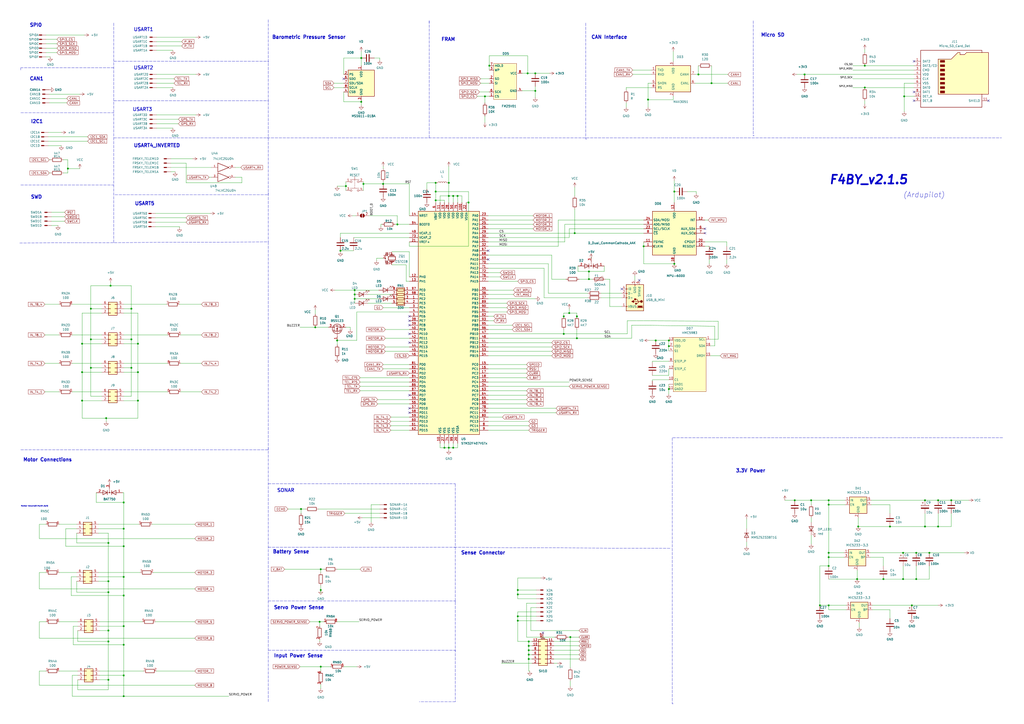
<source format=kicad_sch>
(kicad_sch (version 20211123) (generator eeschema)
  (paper "A2")
  (title_block (title "F4BY-v2.1.5") (date "2023-05-22") (company "Nandish KK"))
  (junction (at 205.74 168.275))
  (junction (at 62.865 394.335))
  (junction (at 475.615 351.155))
  (junction (at 186.055 342.265))
  (junction (at 380.365 197.485))
  (junction (at 197.485 145.415))
  (junction (at 480.695 292.735))
  (junction (at 516.255 305.435))
  (junction (at 71.755 334.645))
  (junction (at 252.73 116.205))
  (junction (at 512.445 335.915))
  (junction (at 281.305 55.88))
  (junction (at 64.135 165.735))
  (junction (at 222.25 106.68))
  (junction (at 497.84 305.435))
  (junction (at 52.705 213.36))
  (junction (at 62.865 337.185))
  (junction (at 330.835 369.57))
  (junction (at 71.755 345.44))
  (junction (at 80.01 199.39))
  (junction (at 306.705 379.73))
  (junction (at 61.595 242.57))
  (junction (at 387.985 200.787))
  (junction (at 412.75 48.26))
  (junction (at 470.535 290.195))
  (junction (at 300.355 357.505))
  (junction (at 186.055 386.715))
  (junction (at 62.865 314.96))
  (junction (at 76.2 196.85))
  (junction (at 539.115 320.675))
  (junction (at 306.705 374.65))
  (junction (at 283.845 38.1))
  (junction (at 182.88 189.865))
  (junction (at 260.35 259.715))
  (junction (at 461.01 290.195))
  (junction (at 310.515 42.545))
  (junction (at 501.65 50.8))
  (junction (at 531.495 320.675))
  (junction (at 480.695 328.295))
  (junction (at 333.375 135.255))
  (junction (at 39.37 97.79))
  (junction (at 528.955 351.155))
  (junction (at 262.89 259.715))
  (junction (at 306.705 377.19))
  (junction (at 260.35 106.045))
  (junction (at 523.875 335.915))
  (junction (at 341.63 161.925))
  (junction (at 524.51 55.88))
  (junction (at 52.705 179.07))
  (junction (at 544.195 305.435))
  (junction (at 480.695 351.155))
  (junction (at 531.495 335.915))
  (junction (at 71.755 374.015))
  (junction (at 71.755 391.795))
  (junction (at 209.55 59.055))
  (junction (at 260.35 113.665))
  (junction (at 480.695 320.675))
  (junction (at 300.355 342.265))
  (junction (at 62.865 365.76))
  (junction (at 265.43 113.665))
  (junction (at 195.58 197.485))
  (junction (at 375.92 57.785))
  (junction (at 497.205 335.915))
  (junction (at 71.755 291.465))
  (junction (at 373.38 142.875))
  (junction (at 523.875 320.675))
  (junction (at 551.815 290.195))
  (junction (at 480.695 323.215))
  (junction (at 174.625 295.275))
  (junction (at 62.865 343.535))
  (junction (at 252.73 111.125))
  (junction (at 205.74 170.815))
  (junction (at 334.645 183.515))
  (junction (at 466.725 43.18))
  (junction (at 209.55 33.655))
  (junction (at 80.01 232.41))
  (junction (at 252.73 106.045))
  (junction (at 200.66 107.95))
  (junction (at 76.2 179.07))
  (junction (at 341.63 157.48))
  (junction (at 47.625 232.41))
  (junction (at 330.2 181.61))
  (junction (at 334.645 196.215))
  (junction (at 327.025 193.675))
  (junction (at 185.42 360.68))
  (junction (at 387.985 197.485))
  (junction (at 306.07 42.545))
  (junction (at 257.81 259.715))
  (junction (at 391.16 153.035))
  (junction (at 52.705 196.85))
  (junction (at 480.695 290.195))
  (junction (at 405.13 43.18))
  (junction (at 262.89 113.665))
  (junction (at 310.515 52.705))
  (junction (at 62.865 372.11))
  (junction (at 71.755 316.865))
  (junction (at 80.01 215.9))
  (junction (at 271.78 117.475))
  (junction (at 205.74 173.355))
  (junction (at 71.755 403.86))
  (junction (at 300.355 360.045))
  (junction (at 391.16 111.125))
  (junction (at 300.355 344.805))
  (junction (at 210.82 106.68))
  (junction (at 306.705 382.27))
  (junction (at 387.985 225.679))
  (junction (at 47.625 199.39))
  (junction (at 230.505 130.175))
  (junction (at 501.65 38.1))
  (junction (at 544.195 290.195))
  (junction (at 536.575 305.435))
  (junction (at 76.2 213.36))
  (junction (at 306.705 372.11))
  (junction (at 536.575 290.195))
  (junction (at 47.625 215.9))
  (junction (at 71.755 306.705))
  (junction (at 327.025 183.515))
  (junction (at 186.055 330.2))
  (junction (at 71.755 363.22))
  (no_connect (at 530.225 53.34))
  (no_connect (at 237.49 188.595))
  (no_connect (at 199.39 45.72))
  (no_connect (at 237.49 183.515))
  (no_connect (at 360.68 167.64))
  (no_connect (at 314.96 367.03))
  (no_connect (at 573.405 58.42))
  (no_connect (at 370.84 162.56))
  (no_connect (at 408.94 135.255))
  (no_connect (at 237.49 236.855))
  (no_connect (at 237.49 229.235))
  (no_connect (at 237.49 186.055))
  (no_connect (at 408.94 132.715))
  (no_connect (at 530.225 58.42))
  (no_connect (at 237.49 193.675))
  (no_connect (at 237.49 198.755))
  (no_connect (at 283.21 145.415))
  (no_connect (at 283.21 150.495))
  (no_connect (at 530.225 35.56))
  (no_connect (at 237.49 239.395))
  (wire (pts (xy 45.085 400.05) (xy 62.865 400.05)))
  (wire (pts (xy 39.37 97.79) (xy 46.355 97.79)))
  (polyline (pts (xy 155.575 58.42) (xy 155.575 59.055)))
  (wire (pts (xy 71.755 391.795) (xy 71.755 374.015)))
  (wire (pts (xy 283.21 196.215) (xy 334.645 196.215)))
  (wire (pts (xy 237.49 163.195) (xy 235.585 163.195)))
  (wire (pts (xy 305.435 234.315) (xy 283.21 234.315)))
  (wire (pts (xy 305.435 349.885) (xy 305.435 369.57)))
  (wire (pts (xy 516.255 292.735) (xy 516.255 297.815)))
  (wire (pts (xy 283.845 38.1) (xy 283.845 40.64)))
  (wire (pts (xy 26.67 360.68) (xy 22.86 360.68)))
  (wire (pts (xy 470.535 300.355) (xy 470.535 302.895)))
  (polyline (pts (xy 66.675 113.03) (xy 155.575 113.03)))
  (wire (pts (xy 26.67 304.165) (xy 22.86 304.165)))
  (wire (pts (xy 494.665 50.8) (xy 501.65 50.8)))
  (polyline (pts (xy 248.92 12.065) (xy 248.92 80.01)))
  (wire (pts (xy 260.35 96.52) (xy 260.35 106.045)))
  (wire (pts (xy 497.84 300.355) (xy 497.84 305.435)))
  (wire (pts (xy 90.805 74.295) (xy 100.33 74.295)))
  (wire (pts (xy 373.38 142.875) (xy 373.38 153.035)))
  (wire (pts (xy 62.865 400.05) (xy 62.865 394.335)))
  (polyline (pts (xy 155.575 140.335) (xy 155.575 407.035)))
  (wire (pts (xy 398.78 111.125) (xy 403.86 111.125)))
  (wire (pts (xy 294.005 178.435) (xy 283.21 178.435)))
  (wire (pts (xy 209.55 33.655) (xy 209.55 38.1)))
  (wire (pts (xy 219.075 231.775) (xy 237.49 231.775)))
  (wire (pts (xy 38.1 316.865) (xy 71.755 316.865)))
  (wire (pts (xy 71.755 210.82) (xy 97.155 210.82)))
  (wire (pts (xy 262.89 257.175) (xy 262.89 259.715)))
  (wire (pts (xy 466.725 43.18) (xy 530.225 43.18)))
  (wire (pts (xy 226.695 241.935) (xy 237.49 241.935)))
  (wire (pts (xy 300.355 347.345) (xy 311.15 347.345)))
  (polyline (pts (xy 66.04 13.335) (xy 66.04 140.97)))
  (wire (pts (xy 174.625 295.275) (xy 177.165 295.275)))
  (wire (pts (xy 271.78 117.475) (xy 271.78 142.875)))
  (wire (pts (xy 278.13 53.34) (xy 283.845 53.34)))
  (wire (pts (xy 29.845 123.19) (xy 37.465 123.19)))
  (wire (pts (xy 504.825 323.215) (xy 512.445 323.215)))
  (wire (pts (xy 377.825 50.8) (xy 363.22 50.8)))
  (wire (pts (xy 315.595 172.72) (xy 315.595 155.575)))
  (wire (pts (xy 22.86 304.165) (xy 22.86 312.42)))
  (wire (pts (xy 300.355 344.805) (xy 311.15 344.805)))
  (wire (pts (xy 90.17 128.905) (xy 107.95 128.905)))
  (wire (pts (xy 310.515 56.515) (xy 310.515 52.705)))
  (polyline (pts (xy 12.065 39.37) (xy 12.065 40.64)))
  (wire (pts (xy 330.2 132.715) (xy 373.38 132.715)))
  (wire (pts (xy 71.755 213.36) (xy 76.2 213.36)))
  (wire (pts (xy 286.385 186.055) (xy 283.21 186.055)))
  (wire (pts (xy 57.15 334.645) (xy 71.755 334.645)))
  (wire (pts (xy 412.75 48.26) (xy 422.275 48.26)))
  (wire (pts (xy 403.86 111.125) (xy 403.86 112.395)))
  (wire (pts (xy 283.21 137.795) (xy 330.2 137.795)))
  (wire (pts (xy 237.49 125.095) (xy 237.49 106.68)))
  (wire (pts (xy 90.17 126.365) (xy 107.95 126.365)))
  (wire (pts (xy 544.195 305.435) (xy 551.815 305.435)))
  (wire (pts (xy 376.555 197.485) (xy 380.365 197.485)))
  (wire (pts (xy 22.86 312.42) (xy 113.03 312.42)))
  (wire (pts (xy 107.95 106.045) (xy 140.335 106.045)))
  (wire (pts (xy 71.755 374.015) (xy 71.755 363.22)))
  (wire (pts (xy 122.555 102.87) (xy 121.285 102.87)))
  (wire (pts (xy 203.2 189.865) (xy 203.2 191.135)))
  (polyline (pts (xy 66.04 58.42) (xy 155.575 58.42)))
  (wire (pts (xy 366.395 188.595) (xy 366.395 196.215)))
  (wire (pts (xy 59.055 229.87) (xy 52.705 229.87)))
  (wire (pts (xy 403.225 43.18) (xy 405.13 43.18)))
  (wire (pts (xy 61.595 242.57) (xy 61.595 244.475)))
  (wire (pts (xy 305.435 219.075) (xy 283.21 219.075)))
  (wire (pts (xy 173.99 189.865) (xy 182.88 189.865)))
  (wire (pts (xy 480.695 335.915) (xy 497.205 335.915)))
  (wire (pts (xy 28.575 100.33) (xy 29.21 100.33)))
  (wire (pts (xy 209.55 29.845) (xy 209.55 33.655)))
  (wire (pts (xy 195.58 200.025) (xy 195.58 197.485)))
  (wire (pts (xy 219.075 234.315) (xy 237.49 234.315)))
  (wire (pts (xy 530.225 48.26) (xy 524.51 48.26)))
  (wire (pts (xy 333.375 108.585) (xy 333.375 113.665)))
  (wire (pts (xy 341.63 157.48) (xy 350.52 157.48)))
  (wire (pts (xy 516.255 305.435) (xy 536.575 305.435)))
  (wire (pts (xy 22.86 370.205) (xy 113.03 370.205)))
  (wire (pts (xy 52.705 179.07) (xy 52.705 196.85)))
  (wire (pts (xy 327.025 193.675) (xy 363.855 193.675)))
  (wire (pts (xy 111.76 92.075) (xy 99.06 92.075)))
  (wire (pts (xy 34.29 389.255) (xy 45.085 389.255)))
  (wire (pts (xy 330.2 221.615) (xy 283.21 221.615)))
  (wire (pts (xy 57.15 304.165) (xy 80.645 304.165)))
  (wire (pts (xy 433.07 300.99) (xy 433.07 306.705)))
  (wire (pts (xy 283.21 125.095) (xy 309.245 125.095)))
  (wire (pts (xy 265.43 113.665) (xy 265.43 117.475)))
  (wire (pts (xy 306.705 377.19) (xy 308.61 377.19)))
  (wire (pts (xy 307.975 352.425) (xy 311.15 352.425)))
  (wire (pts (xy 536.575 290.195) (xy 544.195 290.195)))
  (wire (pts (xy 252.73 117.475) (xy 252.73 116.205)))
  (wire (pts (xy 405.13 43.18) (xy 422.275 43.18)))
  (wire (pts (xy 375.92 57.785) (xy 375.92 62.23)))
  (wire (pts (xy 52.705 196.85) (xy 59.055 196.85)))
  (wire (pts (xy 252.73 111.125) (xy 252.73 116.205)))
  (wire (pts (xy 330.835 394.97) (xy 330.835 398.145)))
  (wire (pts (xy 235.585 153.67) (xy 235.585 163.195)))
  (wire (pts (xy 305.435 216.535) (xy 283.21 216.535)))
  (polyline (pts (xy 263.525 317.5) (xy 389.255 318.135)))
  (wire (pts (xy 29.845 130.81) (xy 33.655 130.81)))
  (wire (pts (xy 237.49 180.975) (xy 207.01 180.975)))
  (wire (pts (xy 305.435 226.695) (xy 283.21 226.695)))
  (wire (pts (xy 208.915 224.155) (xy 237.49 224.155)))
  (wire (pts (xy 76.2 196.85) (xy 71.755 196.85)))
  (wire (pts (xy 62.865 314.96) (xy 62.865 337.185)))
  (wire (pts (xy 300.355 344.805) (xy 300.355 342.265)))
  (wire (pts (xy 71.755 403.86) (xy 132.715 403.86)))
  (wire (pts (xy 363.855 186.055) (xy 363.855 193.675)))
  (polyline (pts (xy 155.575 35.56) (xy 155.575 36.195)))
  (wire (pts (xy 230.505 130.175) (xy 237.49 130.175)))
  (wire (pts (xy 205.74 168.275) (xy 205.74 170.815)))
  (wire (pts (xy 52.705 179.07) (xy 59.055 179.07)))
  (wire (pts (xy 44.45 306.705) (xy 38.1 306.705)))
  (wire (pts (xy 341.63 161.925) (xy 343.535 161.925)))
  (wire (pts (xy 475.615 328.295) (xy 480.695 328.295)))
  (wire (pts (xy 90.805 29.21) (xy 100.33 29.21)))
  (polyline (pts (xy 66.04 39.37) (xy 12.065 39.37)))
  (wire (pts (xy 320.04 147.955) (xy 320.04 161.925)))
  (wire (pts (xy 34.29 176.53) (xy 26.035 176.53)))
  (wire (pts (xy 222.25 106.68) (xy 222.25 105.41)))
  (wire (pts (xy 103.505 71.755) (xy 90.805 71.755)))
  (wire (pts (xy 544.195 297.815) (xy 544.195 305.435)))
  (wire (pts (xy 226.695 244.475) (xy 237.49 244.475)))
  (polyline (pts (xy 581.66 254) (xy 389.89 254)))
  (wire (pts (xy 323.215 384.81) (xy 321.31 384.81)))
  (wire (pts (xy 375.92 48.26) (xy 375.92 57.785)))
  (wire (pts (xy 104.14 176.53) (xy 116.84 176.53)))
  (wire (pts (xy 433.07 316.865) (xy 433.07 314.325)))
  (wire (pts (xy 283.21 135.255) (xy 333.375 135.255)))
  (wire (pts (xy 334.645 184.785) (xy 334.645 183.515)))
  (wire (pts (xy 226.695 247.015) (xy 237.49 247.015)))
  (wire (pts (xy 505.46 290.195) (xy 536.575 290.195)))
  (wire (pts (xy 412.115 206.375) (xy 417.83 206.375)))
  (wire (pts (xy 199.39 33.655) (xy 209.55 33.655)))
  (wire (pts (xy 307.975 352.425) (xy 307.975 365.76)))
  (wire (pts (xy 71.755 229.87) (xy 76.2 229.87)))
  (wire (pts (xy 59.055 213.36) (xy 52.705 213.36)))
  (wire (pts (xy 197.485 135.255) (xy 197.485 137.795)))
  (wire (pts (xy 306.705 382.27) (xy 308.61 382.27)))
  (wire (pts (xy 205.74 175.895) (xy 205.74 173.355)))
  (wire (pts (xy 421.64 140.335) (xy 421.64 142.875)))
  (wire (pts (xy 140.335 106.045) (xy 140.335 102.87)))
  (wire (pts (xy 305.435 213.995) (xy 283.21 213.995)))
  (wire (pts (xy 306.705 374.65) (xy 308.61 374.65)))
  (wire (pts (xy 103.505 69.215) (xy 90.805 69.215)))
  (wire (pts (xy 220.345 34.925) (xy 220.345 33.655)))
  (wire (pts (xy 265.43 257.175) (xy 265.43 259.715)))
  (polyline (pts (xy 66.04 80.01) (xy 155.575 80.01)))
  (wire (pts (xy 252.73 106.045) (xy 252.73 111.125)))
  (wire (pts (xy 480.695 290.195) (xy 480.695 292.735)))
  (wire (pts (xy 194.31 168.275) (xy 205.74 168.275)))
  (wire (pts (xy 257.81 116.205) (xy 257.81 117.475)))
  (wire (pts (xy 387.985 222.885) (xy 387.985 225.679)))
  (wire (pts (xy 219.71 168.275) (xy 205.74 168.275)))
  (wire (pts (xy 41.91 194.31) (xy 59.055 194.31)))
  (wire (pts (xy 387.985 225.679) (xy 387.985 228.6)))
  (wire (pts (xy 208.915 219.075) (xy 237.49 219.075)))
  (wire (pts (xy 39.37 100.33) (xy 36.83 100.33)))
  (wire (pts (xy 22.86 332.105) (xy 22.86 341.63)))
  (wire (pts (xy 281.305 55.88) (xy 281.305 59.69)))
  (wire (pts (xy 306.705 372.11) (xy 308.61 372.11)))
  (wire (pts (xy 283.21 168.275) (xy 297.815 168.275)))
  (wire (pts (xy 62.865 309.245) (xy 62.865 314.96)))
  (wire (pts (xy 199.39 59.055) (xy 209.55 59.055)))
  (wire (pts (xy 222.25 178.435) (xy 237.49 178.435)))
  (polyline (pts (xy 155.575 113.03) (xy 155.575 111.76)))
  (wire (pts (xy 26.035 227.33) (xy 34.29 227.33)))
  (wire (pts (xy 367.03 40.64) (xy 377.825 40.64)))
  (wire (pts (xy 302.895 52.705) (xy 310.515 52.705)))
  (wire (pts (xy 310.515 42.545) (xy 318.77 42.545)))
  (wire (pts (xy 363.22 50.8) (xy 363.22 52.07)))
  (wire (pts (xy 27.94 81.915) (xy 50.8 81.915)))
  (wire (pts (xy 62.865 372.11) (xy 62.865 394.335)))
  (wire (pts (xy 411.48 142.875) (xy 408.94 142.875)))
  (wire (pts (xy 411.48 153.035) (xy 411.48 150.495)))
  (wire (pts (xy 536.575 305.435) (xy 544.195 305.435)))
  (wire (pts (xy 44.45 337.185) (xy 44.45 343.535)))
  (wire (pts (xy 320.04 206.375) (xy 283.21 206.375)))
  (wire (pts (xy 185.42 370.84) (xy 185.42 372.11)))
  (wire (pts (xy 99.06 97.155) (xy 122.555 97.155)))
  (wire (pts (xy 378.46 209.55) (xy 378.46 210.185)))
  (wire (pts (xy 45.085 372.11) (xy 62.865 372.11)))
  (wire (pts (xy 44.45 343.535) (xy 62.865 343.535)))
  (wire (pts (xy 47.625 232.41) (xy 47.625 215.9)))
  (wire (pts (xy 286.385 183.515) (xy 283.21 183.515)))
  (wire (pts (xy 323.85 127.635) (xy 373.38 127.635)))
  (wire (pts (xy 59.055 232.41) (xy 47.625 232.41)))
  (wire (pts (xy 237.49 106.68) (xy 222.25 106.68)))
  (wire (pts (xy 90.805 66.675) (xy 113.665 66.675)))
  (wire (pts (xy 195.58 107.95) (xy 200.66 107.95)))
  (wire (pts (xy 80.01 181.61) (xy 80.01 199.39)))
  (wire (pts (xy 27.94 84.455) (xy 35.56 84.455)))
  (wire (pts (xy 26.67 33.02) (xy 29.21 33.02)))
  (polyline (pts (xy 248.92 12.065) (xy 248.92 13.335)))
  (wire (pts (xy 530.225 55.88) (xy 524.51 55.88)))
  (wire (pts (xy 281.305 67.31) (xy 281.305 71.12)))
  (wire (pts (xy 213.995 125.095) (xy 230.505 125.095)))
  (wire (pts (xy 57.785 394.335) (xy 62.865 394.335)))
  (wire (pts (xy 300.355 357.505) (xy 300.355 360.045)))
  (wire (pts (xy 45.085 391.795) (xy 41.91 391.795)))
  (wire (pts (xy 322.58 236.855) (xy 283.21 236.855)))
  (wire (pts (xy 247.65 106.045) (xy 247.65 109.855)))
  (wire (pts (xy 416.56 196.85) (xy 416.56 186.309)))
  (wire (pts (xy 22.86 341.63) (xy 113.03 341.63)))
  (wire (pts (xy 475.615 351.155) (xy 480.695 351.155)))
  (wire (pts (xy 27.94 76.835) (xy 35.56 76.835)))
  (wire (pts (xy 186.055 339.725) (xy 186.055 342.265)))
  (wire (pts (xy 187.96 330.2) (xy 186.055 330.2)))
  (wire (pts (xy 283.21 130.175) (xy 309.245 130.175)))
  (wire (pts (xy 41.275 334.645) (xy 41.275 345.44)))
  (wire (pts (xy 227.33 146.05) (xy 237.49 146.05)))
  (wire (pts (xy 71.755 345.44) (xy 71.755 334.645)))
  (wire (pts (xy 104.775 227.33) (xy 116.84 227.33)))
  (wire (pts (xy 41.91 210.82) (xy 59.055 210.82)))
  (wire (pts (xy 414.655 189.23) (xy 366.395 188.595)))
  (wire (pts (xy 283.845 38.1) (xy 283.845 32.385)))
  (wire (pts (xy 26.67 389.255) (xy 22.86 389.255)))
  (wire (pts (xy 39.37 92.71) (xy 36.83 92.71)))
  (wire (pts (xy 71.755 194.31) (xy 97.155 194.31)))
  (wire (pts (xy 283.21 173.355) (xy 310.515 173.355)))
  (wire (pts (xy 523.875 320.675) (xy 531.495 320.675)))
  (wire (pts (xy 335.915 161.925) (xy 341.63 161.925)))
  (polyline (pts (xy 264.16 280.67) (xy 264.16 407.035)))
  (wire (pts (xy 327.66 130.175) (xy 373.38 130.175)))
  (wire (pts (xy 222.25 149.86) (xy 218.44 149.86)))
  (wire (pts (xy 523.875 328.295) (xy 523.875 335.915)))
  (polyline (pts (xy 11.43 140.97) (xy 155.575 140.335)))
  (wire (pts (xy 297.18 188.595) (xy 283.21 188.595)))
  (wire (pts (xy 121.92 123.825) (xy 90.17 123.825)))
  (wire (pts (xy 480.695 351.155) (xy 480.695 353.695)))
  (polyline (pts (xy 12.065 65.405) (xy 66.04 65.405)))
  (wire (pts (xy 104.775 194.31) (xy 116.84 194.31)))
  (wire (pts (xy 283.21 170.815) (xy 297.815 170.815)))
  (wire (pts (xy 281.305 55.88) (xy 283.845 55.88)))
  (wire (pts (xy 300.355 357.505) (xy 300.355 354.965)))
  (wire (pts (xy 195.58 330.2) (xy 208.915 330.2)))
  (wire (pts (xy 57.15 309.245) (xy 62.865 309.245)))
  (wire (pts (xy 44.45 314.96) (xy 62.865 314.96)))
  (wire (pts (xy 62.865 343.535) (xy 62.865 365.76)))
  (wire (pts (xy 322.58 239.395) (xy 283.21 239.395)))
  (wire (pts (xy 300.355 335.28) (xy 300.355 342.265)))
  (wire (pts (xy 283.845 32.385) (xy 306.07 32.385)))
  (wire (pts (xy 290.83 384.81) (xy 308.61 384.81)))
  (wire (pts (xy 327.66 140.335) (xy 327.66 130.175)))
  (wire (pts (xy 539.115 320.675) (xy 559.435 320.675)))
  (wire (pts (xy 330.2 224.155) (xy 283.21 224.155)))
  (wire (pts (xy 104.14 131.445) (xy 90.17 131.445)))
  (wire (pts (xy 223.52 196.215) (xy 237.49 196.215)))
  (wire (pts (xy 262.89 113.665) (xy 265.43 113.665)))
  (wire (pts (xy 330.2 181.61) (xy 334.645 181.61)))
  (wire (pts (xy 205.74 170.815) (xy 205.74 173.355)))
  (wire (pts (xy 90.805 21.59) (xy 113.665 21.59)))
  (wire (pts (xy 71.755 181.61) (xy 80.01 181.61)))
  (wire (pts (xy 222.25 96.52) (xy 222.25 97.79)))
  (polyline (pts (xy 389.89 408.305) (xy 390.525 408.305)))
  (wire (pts (xy 334.645 181.61) (xy 334.645 183.515)))
  (wire (pts (xy 327.025 181.61) (xy 330.2 181.61)))
  (wire (pts (xy 71.755 227.33) (xy 97.155 227.33)))
  (wire (pts (xy 22.86 360.68) (xy 22.86 370.205)))
  (wire (pts (xy 71.755 232.41) (xy 80.01 232.41)))
  (wire (pts (xy 341.63 157.48) (xy 341.63 161.925)))
  (wire (pts (xy 237.49 140.335) (xy 237.49 142.875)))
  (polyline (pts (xy 339.725 80.645) (xy 340.36 80.645)))
  (wire (pts (xy 237.49 146.05) (xy 237.49 160.655)))
  (wire (pts (xy 416.56 186.309) (xy 363.855 186.055)))
  (wire (pts (xy 26.67 25.4) (xy 33.02 25.4)))
  (wire (pts (xy 524.51 55.88) (xy 524.51 64.77)))
  (wire (pts (xy 195.58 197.485) (xy 207.01 197.485)))
  (wire (pts (xy 307.975 365.76) (xy 335.915 365.76)))
  (wire (pts (xy 71.755 291.465) (xy 71.755 285.75)))
  (polyline (pts (xy 155.575 260.985) (xy 155.575 259.715)))
  (wire (pts (xy 80.01 232.41) (xy 80.01 242.57)))
  (wire (pts (xy 390.525 57.785) (xy 390.525 55.88)))
  (wire (pts (xy 321.31 372.11) (xy 335.915 372.11)))
  (wire (pts (xy 210.185 300.355) (xy 220.345 300.355)))
  (wire (pts (xy 71.755 316.865) (xy 71.755 306.705)))
  (polyline (pts (xy 339.725 13.335) (xy 339.725 80.645)))
  (wire (pts (xy 218.44 149.86) (xy 218.44 151.13)))
  (wire (pts (xy 222.25 211.455) (xy 237.49 211.455)))
  (wire (pts (xy 306.705 249.555) (xy 283.21 249.555)))
  (wire (pts (xy 333.375 121.285) (xy 333.375 135.255)))
  (wire (pts (xy 80.01 199.39) (xy 80.01 215.9)))
  (wire (pts (xy 539.115 335.915) (xy 539.115 328.295)))
  (wire (pts (xy 71.755 176.53) (xy 96.52 176.53)))
  (wire (pts (xy 52.705 165.735) (xy 64.135 165.735)))
  (wire (pts (xy 255.27 259.715) (xy 257.81 259.715)))
  (wire (pts (xy 290.195 160.655) (xy 283.21 160.655)))
  (wire (pts (xy 387.985 220.345) (xy 378.46 220.345)))
  (wire (pts (xy 71.755 215.9) (xy 80.01 215.9)))
  (wire (pts (xy 47.625 215.9) (xy 47.625 199.39)))
  (wire (pts (xy 186.055 332.105) (xy 186.055 330.2)))
  (wire (pts (xy 348.615 170.18) (xy 360.68 170.18)))
  (wire (pts (xy 353.695 177.8) (xy 360.68 177.8)))
  (wire (pts (xy 283.21 142.875) (xy 323.85 142.875)))
  (wire (pts (xy 305.435 231.775) (xy 283.21 231.775)))
  (wire (pts (xy 195.58 360.68) (xy 208.28 360.68)))
  (wire (pts (xy 100.965 45.72) (xy 90.805 45.72)))
  (wire (pts (xy 57.785 360.68) (xy 82.55 360.68)))
  (wire (pts (xy 29.845 128.27) (xy 37.465 128.27)))
  (wire (pts (xy 536.575 297.815) (xy 536.575 305.435)))
  (wire (pts (xy 26.67 30.48) (xy 33.02 30.48)))
  (polyline (pts (xy 264.16 377.19) (xy 264.16 377.825)))
  (wire (pts (xy 512.445 323.215) (xy 512.445 328.295)))
  (wire (pts (xy 197.485 145.415) (xy 205.105 145.415)))
  (wire (pts (xy 52.705 196.85) (xy 52.705 213.36)))
  (wire (pts (xy 300.355 342.265) (xy 311.15 342.265)))
  (wire (pts (xy 47.625 232.41) (xy 47.625 242.57)))
  (wire (pts (xy 305.435 229.235) (xy 283.21 229.235)))
  (wire (pts (xy 300.355 347.345) (xy 300.355 344.805)))
  (wire (pts (xy 41.91 391.795) (xy 41.91 403.86)))
  (wire (pts (xy 104.14 131.445) (xy 104.14 132.08)))
  (wire (pts (xy 335.28 154.305) (xy 335.28 157.48)))
  (wire (pts (xy 76.2 229.87) (xy 76.2 213.36)))
  (wire (pts (xy 71.755 179.07) (xy 76.2 179.07)))
  (wire (pts (xy 353.695 161.925) (xy 353.695 177.8)))
  (wire (pts (xy 52.705 213.36) (xy 52.705 229.87)))
  (wire (pts (xy 29.845 125.73) (xy 37.465 125.73)))
  (wire (pts (xy 330.2 137.795) (xy 330.2 132.715)))
  (wire (pts (xy 516.255 353.695) (xy 516.255 358.775)))
  (wire (pts (xy 42.545 374.015) (xy 71.755 374.015)))
  (wire (pts (xy 300.355 360.045) (xy 300.355 372.11)))
  (polyline (pts (xy 155.575 377.19) (xy 264.16 377.19)))
  (wire (pts (xy 34.29 194.31) (xy 26.035 194.31)))
  (wire (pts (xy 318.135 170.18) (xy 340.995 170.18)))
  (wire (pts (xy 41.91 227.33) (xy 59.055 227.33)))
  (wire (pts (xy 255.27 113.665) (xy 260.35 113.665)))
  (wire (pts (xy 205.74 173.355) (xy 219.71 173.355)))
  (wire (pts (xy 107.95 106.045) (xy 107.95 94.615)))
  (wire (pts (xy 220.98 130.175) (xy 221.615 130.175)))
  (wire (pts (xy 305.435 211.455) (xy 283.21 211.455)))
  (wire (pts (xy 26.67 27.94) (xy 33.02 27.94)))
  (wire (pts (xy 113.665 43.18) (xy 90.805 43.18)))
  (wire (pts (xy 80.01 199.39) (xy 71.755 199.39)))
  (wire (pts (xy 200.66 107.95) (xy 200.66 110.49)))
  (polyline (pts (xy 154.94 80.01) (xy 581.025 80.01)))
  (wire (pts (xy 252.73 111.125) (xy 271.78 111.125)))
  (wire (pts (xy 320.04 203.835) (xy 283.21 203.835)))
  (wire (pts (xy 494.665 38.1) (xy 501.65 38.1)))
  (wire (pts (xy 22.86 389.255) (xy 22.86 397.51)))
  (wire (pts (xy 323.85 142.875) (xy 323.85 127.635)))
  (wire (pts (xy 501.65 28.575) (xy 501.65 30.48)))
  (wire (pts (xy 237.49 135.255) (xy 197.485 135.255)))
  (wire (pts (xy 306.705 379.73) (xy 306.705 382.27)))
  (wire (pts (xy 199.39 43.18) (xy 199.39 33.655)))
  (wire (pts (xy 306.705 247.015) (xy 283.21 247.015)))
  (polyline (pts (xy 155.575 317.5) (xy 264.16 317.5)))
  (wire (pts (xy 327.025 184.785) (xy 327.025 183.515)))
  (wire (pts (xy 71.755 285.75) (xy 71.12 285.75)))
  (wire (pts (xy 475.615 351.155) (xy 475.615 328.295)))
  (wire (pts (xy 470.535 310.515) (xy 470.535 315.595)))
  (wire (pts (xy 222.25 213.995) (xy 237.49 213.995)))
  (wire (pts (xy 504.825 320.675) (xy 523.875 320.675)))
  (wire (pts (xy 378.46 209.55) (xy 387.985 209.55)))
  (wire (pts (xy 408.94 140.335) (xy 421.64 140.335)))
  (polyline (pts (xy 155.575 348.615) (xy 264.16 348.615)))
  (wire (pts (xy 462.28 43.18) (xy 466.725 43.18)))
  (wire (pts (xy 320.04 201.295) (xy 283.21 201.295)))
  (wire (pts (xy 101.6 99.695) (xy 99.06 99.695)))
  (wire (pts (xy 330.835 369.57) (xy 330.835 387.35)))
  (wire (pts (xy 412.115 200.66) (xy 414.655 200.66)))
  (wire (pts (xy 215.265 302.895) (xy 215.265 292.735)))
  (wire (pts (xy 255.27 117.475) (xy 255.27 113.665)))
  (wire (pts (xy 186.055 344.17) (xy 186.055 342.265)))
  (wire (pts (xy 182.88 179.705) (xy 182.88 182.245)))
  (wire (pts (xy 528.955 351.155) (xy 544.195 351.155)))
  (wire (pts (xy 220.345 33.655) (xy 217.17 33.655)))
  (wire (pts (xy 260.35 113.665) (xy 260.35 117.475)))
  (wire (pts (xy 42.545 363.22) (xy 42.545 374.015)))
  (polyline (pts (xy 264.16 348.615) (xy 264.16 349.25)))
  (wire (pts (xy 501.65 50.8) (xy 530.225 50.8)))
  (wire (pts (xy 27.94 79.375) (xy 50.8 79.375)))
  (wire (pts (xy 57.15 306.705) (xy 71.755 306.705)))
  (wire (pts (xy 306.705 382.27) (xy 306.705 389.255)))
  (wire (pts (xy 220.345 295.275) (xy 184.785 295.275)))
  (wire (pts (xy 255.27 257.175) (xy 255.27 259.715)))
  (wire (pts (xy 57.15 337.185) (xy 62.865 337.185)))
  (wire (pts (xy 182.88 189.865) (xy 190.5 189.865)))
  (wire (pts (xy 305.435 369.57) (xy 321.945 369.57)))
  (wire (pts (xy 373.38 140.335) (xy 373.38 142.875)))
  (wire (pts (xy 204.47 125.095) (xy 206.375 125.095)))
  (wire (pts (xy 247.65 106.045) (xy 252.73 106.045)))
  (wire (pts (xy 57.785 391.795) (xy 71.755 391.795)))
  (wire (pts (xy 313.69 335.28) (xy 300.355 335.28)))
  (wire (pts (xy 300.355 354.965) (xy 311.15 354.965)))
  (wire (pts (xy 62.865 337.185) (xy 62.865 343.535)))
  (wire (pts (xy 90.805 389.255) (xy 113.03 389.255)))
  (wire (pts (xy 318.135 153.035) (xy 318.135 170.18)))
  (wire (pts (xy 44.45 309.245) (xy 44.45 314.96)))
  (wire (pts (xy 531.495 328.295) (xy 531.495 335.915)))
  (wire (pts (xy 90.805 24.13) (xy 105.41 24.13)))
  (wire (pts (xy 306.07 32.385) (xy 306.07 42.545)))
  (wire (pts (xy 257.81 259.715) (xy 257.81 257.175)))
  (polyline (pts (xy 155.575 280.67) (xy 264.16 280.67)))
  (wire (pts (xy 497.205 335.915) (xy 512.445 335.915)))
  (wire (pts (xy 223.52 203.835) (xy 237.49 203.835)))
  (wire (pts (xy 306.07 42.545) (xy 302.895 42.545)))
  (wire (pts (xy 71.755 306.705) (xy 71.755 291.465)))
  (wire (pts (xy 391.16 104.775) (xy 391.16 111.125)))
  (wire (pts (xy 327.025 191.135) (xy 327.025 193.675)))
  (wire (pts (xy 480.695 320.675) (xy 489.585 320.675)))
  (polyline (pts (xy 155.575 11.43) (xy 155.575 140.335)))
  (wire (pts (xy 421.64 153.035) (xy 421.64 150.495)))
  (wire (pts (xy 320.04 198.755) (xy 283.21 198.755)))
  (wire (pts (xy 387.985 200.787) (xy 387.985 203.581)))
  (wire (pts (xy 480.695 292.735) (xy 490.22 292.735)))
  (wire (pts (xy 480.695 351.155) (xy 490.855 351.155)))
  (wire (pts (xy 315.595 155.575) (xy 283.21 155.575)))
  (wire (pts (xy 34.29 332.105) (xy 44.45 332.105)))
  (wire (pts (xy 185.42 360.68) (xy 185.42 363.22)))
  (wire (pts (xy 291.465 241.935) (xy 283.21 241.935)))
  (wire (pts (xy 45.085 363.22) (xy 42.545 363.22)))
  (wire (pts (xy 28.575 57.15) (xy 38.735 57.15)))
  (wire (pts (xy 378.46 217.805) (xy 387.985 217.805)))
  (wire (pts (xy 88.265 304.165) (xy 113.03 304.165)))
  (wire (pts (xy 387.985 217.805) (xy 387.985 213.995)))
  (wire (pts (xy 107.95 94.615) (xy 99.06 94.615)))
  (wire (pts (xy 294.005 175.895) (xy 283.21 175.895)))
  (wire (pts (xy 199.39 53.34) (xy 199.39 59.055)))
  (wire (pts (xy 213.36 175.895) (xy 227.33 175.895)))
  (wire (pts (xy 497.205 330.835) (xy 497.205 335.915)))
  (wire (pts (xy 455.295 290.195) (xy 461.01 290.195)))
  (wire (pts (xy 47.625 199.39) (xy 59.055 199.39)))
  (wire (pts (xy 229.235 130.175) (xy 230.505 130.175)))
  (wire (pts (xy 480.695 323.215) (xy 480.695 328.295)))
  (wire (pts (xy 330.2 179.07) (xy 330.2 181.61)))
  (wire (pts (xy 76.2 165.735) (xy 76.2 179.07)))
  (wire (pts (xy 363.22 59.69) (xy 363.22 62.23)))
  (wire (pts (xy 200.66 189.865) (xy 203.2 189.865)))
  (wire (pts (xy 257.81 259.715) (xy 260.35 259.715)))
  (wire (pts (xy 290.195 158.115) (xy 283.21 158.115)))
  (wire (pts (xy 530.225 45.72) (xy 494.665 45.72)))
  (wire (pts (xy 260.35 259.715) (xy 260.35 260.985)))
  (wire (pts (xy 470.535 290.195) (xy 470.535 292.735)))
  (wire (pts (xy 367.03 43.18) (xy 377.825 43.18)))
  (wire (pts (xy 551.815 290.195) (xy 561.975 290.195)))
  (wire (pts (xy 342.9 149.86) (xy 342.9 149.225)))
  (wire (pts (xy 265.43 259.715) (xy 262.89 259.715)))
  (wire (pts (xy 391.16 153.035) (xy 373.38 153.035)))
  (wire (pts (xy 405.13 38.1) (xy 405.13 43.18)))
  (wire (pts (xy 48.895 20.32) (xy 26.67 20.32)))
  (wire (pts (xy 186.055 330.2) (xy 165.1 330.2)))
  (wire (pts (xy 47.625 181.61) (xy 47.625 199.39)))
  (wire (pts (xy 283.21 147.955) (xy 320.04 147.955)))
  (wire (pts (xy 350.52 157.48) (xy 350.52 154.305)))
  (wire (pts (xy 61.595 242.57) (xy 80.01 242.57)))
  (wire (pts (xy 403.225 48.26) (xy 412.75 48.26)))
  (wire (pts (xy 57.785 365.76) (xy 62.865 365.76)))
  (wire (pts (xy 186.055 389.255) (xy 186.055 386.715)))
  (wire (pts (xy 333.375 135.255) (xy 373.38 135.255)))
  (wire (pts (xy 360.68 172.72) (xy 348.615 172.72)))
  (wire (pts (xy 34.29 304.165) (xy 44.45 304.165)))
  (wire (pts (xy 57.785 363.22) (xy 71.755 363.22)))
  (wire (pts (xy 480.695 292.735) (xy 480.695 320.675)))
  (wire (pts (xy 531.495 320.675) (xy 539.115 320.675)))
  (wire (pts (xy 226.695 249.555) (xy 237.49 249.555)))
  (wire (pts (xy 321.31 379.73) (xy 335.915 379.73)))
  (wire (pts (xy 276.86 55.88) (xy 281.305 55.88)))
  (wire (pts (xy 300.355 163.195) (xy 283.21 163.195)))
  (wire (pts (xy 57.785 389.255) (xy 83.185 389.255)))
  (wire (pts (xy 28.575 92.71) (xy 29.21 92.71)))
  (polyline (pts (xy 436.88 78.74) (xy 437.515 78.74)))
  (wire (pts (xy 544.195 290.195) (xy 551.815 290.195)))
  (wire (pts (xy 80.01 215.9) (xy 80.01 232.41)))
  (wire (pts (xy 490.855 353.695) (xy 480.695 353.695)))
  (wire (pts (xy 76.2 196.85) (xy 76.2 213.36)))
  (wire (pts (xy 412.75 38.1) (xy 412.75 48.26)))
  (wire (pts (xy 375.92 57.785) (xy 390.525 57.785)))
  (polyline (pts (xy 436.88 12.065) (xy 436.88 78.74)))
  (wire (pts (xy 461.01 290.195) (xy 470.535 290.195)))
  (wire (pts (xy 334.645 196.215) (xy 366.395 196.215)))
  (wire (pts (xy 368.3 160.02) (xy 368.3 162.56)))
  (wire (pts (xy 213.36 170.815) (xy 227.33 170.815)))
  (wire (pts (xy 28.575 59.69) (xy 38.735 59.69)))
  (wire (pts (xy 378.46 220.345) (xy 378.46 220.98)))
  (wire (pts (xy 506.095 353.695) (xy 516.255 353.695)))
  (wire (pts (xy 193.675 50.8) (xy 199.39 50.8)))
  (wire (pts (xy 340.995 172.72) (xy 315.595 172.72)))
  (wire (pts (xy 320.04 161.925) (xy 328.295 161.925)))
  (wire (pts (xy 88.9 332.105) (xy 113.03 332.105)))
  (wire (pts (xy 136.525 102.87) (xy 140.335 102.87)))
  (wire (pts (xy 306.705 372.11) (xy 306.705 374.65)))
  (wire (pts (xy 306.705 377.19) (xy 306.705 379.73)))
  (wire (pts (xy 283.21 193.675) (xy 327.025 193.675)))
  (wire (pts (xy 271.78 117.475) (xy 270.51 117.475)))
  (wire (pts (xy 71.755 391.795) (xy 71.755 403.86)))
  (wire (pts (xy 41.91 403.86) (xy 71.755 403.86)))
  (wire (pts (xy 305.435 349.885) (xy 311.15 349.885)))
  (wire (pts (xy 334.645 191.135) (xy 334.645 196.215)))
  (wire (pts (xy 136.525 97.155) (xy 139.7 97.155)))
  (wire (pts (xy 55.88 291.465) (xy 71.755 291.465)))
  (wire (pts (xy 321.31 377.19) (xy 335.915 377.19)))
  (wire (pts (xy 267.97 113.665) (xy 267.97 117.475)))
  (wire (pts (xy 227.33 153.67) (xy 235.585 153.67)))
  (wire (pts (xy 208.915 221.615) (xy 237.49 221.615)))
  (wire (pts (xy 377.825 48.26) (xy 375.92 48.26)))
  (wire (pts (xy 237.49 142.875) (xy 271.78 142.875)))
  (wire (pts (xy 223.52 191.135) (xy 237.49 191.135)))
  (polyline (pts (xy 264.16 407.035) (xy 243.205 407.035)))
  (wire (pts (xy 90.805 48.26) (xy 100.965 48.26)))
  (wire (pts (xy 327.025 183.515) (xy 327.025 181.61)))
  (wire (pts (xy 497.84 305.435) (xy 516.255 305.435)))
  (wire (pts (xy 197.485 145.415) (xy 197.485 146.05)))
  (wire (pts (xy 351.155 161.925) (xy 353.695 161.925)))
  (wire (pts (xy 252.73 116.205) (xy 257.81 116.205)))
  (wire (pts (xy 209.55 60.96) (xy 209.55 59.055)))
  (wire (pts (xy 310.515 52.705) (xy 310.515 50.165)))
  (wire (pts (xy 223.52 201.295) (xy 237.49 201.295)))
  (wire (pts (xy 297.18 191.135) (xy 283.21 191.135)))
  (wire (pts (xy 22.86 397.51) (xy 113.03 397.51)))
  (wire (pts (xy 45.085 365.76) (xy 45.085 372.11)))
  (wire (pts (xy 44.45 334.645) (xy 41.275 334.645)))
  (wire (pts (xy 271.78 111.125) (xy 271.78 117.475)))
  (wire (pts (xy 62.865 365.76) (xy 62.865 372.11)))
  (wire (pts (xy 414.655 200.66) (xy 414.655 189.23)))
  (wire (pts (xy 506.095 351.155) (xy 528.955 351.155)))
  (wire (pts (xy 100.33 50.8) (xy 90.805 50.8)))
  (wire (pts (xy 494.665 40.64) (xy 530.225 40.64)))
  (wire (pts (xy 551.815 297.815) (xy 551.815 305.435)))
  (wire (pts (xy 57.15 332.105) (xy 81.28 332.105)))
  (wire (pts (xy 71.755 345.44) (xy 71.755 363.22)))
  (wire (pts (xy 283.21 140.335) (xy 327.66 140.335)))
  (polyline (pts (xy 12.065 260.985) (xy 155.575 260.985)))
  (wire (pts (xy 59.055 181.61) (xy 47.625 181.61)))
  (wire (pts (xy 531.495 335.915) (xy 539.115 335.915)))
  (wire (pts (xy 185.42 360.68) (xy 187.96 360.68)))
  (wire (pts (xy 208.915 226.695) (xy 237.49 226.695)))
  (wire (pts (xy 390.525 29.845) (xy 390.525 35.56)))
  (wire (pts (xy 306.07 42.545) (xy 310.515 42.545)))
  (wire (pts (xy 300.355 360.045) (xy 311.15 360.045)))
  (wire (pts (xy 193.675 48.26) (xy 199.39 48.26)))
  (wire (pts (xy 64.135 163.83) (xy 64.135 165.735)))
  (wire (pts (xy 52.705 179.07) (xy 52.705 165.735)))
  (wire (pts (xy 387.985 197.485) (xy 387.985 200.787)))
  (wire (pts (xy 179.705 360.68) (xy 185.42 360.68)))
  (wire (pts (xy 283.21 132.715) (xy 309.245 132.715)))
  (wire (pts (xy 306.705 244.475) (xy 283.21 244.475)))
  (wire (pts (xy 524.51 48.26) (xy 524.51 55.88)))
  (wire (pts (xy 260.35 259.715) (xy 262.89 259.715)))
  (wire (pts (xy 210.82 106.68) (xy 222.25 106.68)))
  (wire (pts (xy 47.625 242.57) (xy 61.595 242.57)))
  (wire (pts (xy 186.055 386.715) (xy 191.77 386.715)))
  (wire (pts (xy 200.66 105.41) (xy 200.66 107.95)))
  (wire (pts (xy 71.755 316.865) (xy 71.755 334.645)))
  (wire (pts (xy 512.445 335.915) (xy 523.875 335.915)))
  (wire (pts (xy 306.705 372.11) (xy 300.355 372.11)))
  (wire (pts (xy 39.37 100.33) (xy 39.37 97.79)))
  (wire (pts (xy 220.98 131.445) (xy 220.98 130.175)))
  (wire (pts (xy 265.43 113.665) (xy 267.97 113.665)))
  (wire (pts (xy 205.105 137.795) (xy 237.49 137.795)))
  (wire (pts (xy 76.2 179.07) (xy 76.2 196.85)))
  (wire (pts (xy 260.35 113.665) (xy 262.89 113.665)))
  (wire (pts (xy 260.35 106.045) (xy 260.35 113.665)))
  (wire (pts (xy 55.88 285.75) (xy 55.88 291.465)))
  (wire (pts (xy 260.35 257.175) (xy 260.35 259.715)))
  (wire (pts (xy 215.265 292.735) (xy 220.345 292.735)))
  (wire (pts (xy 306.705 379.73) (xy 308.61 379.73)))
  (wire (pts (xy 210.82 105.41) (xy 210.82 106.68)))
  (wire (pts (xy 505.46 292.735) (xy 516.255 292.735)))
  (wire (pts (xy 209.55 59.055) (xy 209.55 58.42)))
  (wire (pts (xy 501.65 38.1) (xy 530.225 38.1)))
  (polyline (pts (xy 66.04 35.56) (xy 155.575 35.56)))
  (wire (pts (xy 34.29 360.68) (xy 45.085 360.68)))
  (wire (pts (xy 412.115 196.85) (xy 416.56 196.85)))
  (wire (pts (xy 306.705 389.255) (xy 307.34 389.255)))
  (wire (pts (xy 335.28 157.48) (xy 341.63 157.48)))
  (polyline (pts (xy 12.065 107.315) (xy 66.04 107.315)))
  (wire (pts (xy 480.695 320.675) (xy 480.695 323.215)))
  (wire (pts (xy 480.695 323.215) (xy 489.585 323.215)))
  (wire (pts (xy 306.705 374.65) (xy 306.705 377.19)))
  (wire (pts (xy 321.31 374.65) (xy 335.915 374.65)))
  (wire (pts (xy 186.055 399.415) (xy 186.055 396.875)))
  (wire (pts (xy 380.365 197.485) (xy 387.985 197.485)))
  (wire (pts (xy 230.505 130.175) (xy 230.505 125.095)))
  (wire (pts (xy 498.475 363.855) (xy 498.475 361.315)))
  (wire (pts (xy 41.91 176.53) (xy 59.055 176.53)))
  (wire (pts (xy 283.21 127.635) (xy 309.245 127.635)))
  (wire (pts (xy 174.625 295.275) (xy 174.625 297.815)))
  (wire (pts (xy 210.82 106.68) (xy 210.82 110.49)))
  (wire (pts (xy 173.99 386.715) (xy 186.055 386.715)))
  (wire (pts (xy 391.16 111.125) (xy 391.16 117.475)))
  (wire (pts (xy 278.765 45.72) (xy 283.845 45.72)))
  (wire (pts (xy 46.355 54.61) (xy 28.575 54.61)))
  (wire (pts (xy 410.845 127.635) (xy 408.94 127.635)))
  (wire (pts (xy 199.39 386.715) (xy 207.01 386.715)))
  (wire (pts (xy 501.65 60.325) (xy 501.65 58.42)))
  (wire (pts (xy 34.29 210.82) (xy 26.035 210.82)))
  (wire (pts (xy 174.625 295.275) (xy 167.005 295.275)))
  (wire (pts (xy 26.67 22.86) (xy 33.02 22.86)))
  (wire (pts (xy 59.055 215.9) (xy 47.625 215.9)))
  (wire (pts (xy 39.37 92.71) (xy 39.37 97.79)))
  (wire (pts (xy 90.805 26.67) (xy 105.41 26.67)))
  (wire (pts (xy 294.005 180.975) (xy 283.21 180.975)))
  (wire (pts (xy 45.085 394.335) (xy 45.085 400.05)))
  (wire (pts (xy 262.89 113.665) (xy 262.89 117.475)))
  (wire (pts (xy 41.275 345.44) (xy 71.755 345.44)))
  (wire (pts (xy 207.01 180.975) (xy 207.01 197.485)))
  (wire (pts (xy 26.67 332.105) (xy 22.86 332.105)))
  (wire (pts (xy 490.22 290.195) (xy 480.695 290.195)))
  (wire (pts (xy 90.17 360.68) (xy 113.03 360.68)))
  (wire (pts (xy 330.835 369.57) (xy 335.915 369.57)))
  (wire (pts (xy 321.31 382.27) (xy 335.915 382.27)))
  (wire (pts (xy 523.875 335.915) (xy 531.495 335.915)))
  (wire (pts (xy 104.775 210.82) (xy 116.84 210.82)))
  (polyline (pts (xy 389.89 254) (xy 389.89 408.305)))
  (wire (pts (xy 283.21 153.035) (xy 318.135 153.035)))
  (wire (pts (xy 64.135 165.735) (xy 76.2 165.735)))
  (wire (pts (xy 38.1 306.705) (xy 38.1 316.865)))
  (wire (pts (xy 470.535 290.195) (xy 480.695 290.195)))
  (wire (pts (xy 300.355 357.505) (xy 311.15 357.505)))
  (wire (pts (xy 329.565 369.57) (xy 330.835 369.57)))
  (wire (pts (xy 220.345 297.815) (xy 200.025 297.815)))
  (wire (pts (xy 278.765 48.26) (xy 283.845 48.26)))
  (text "Resistor Networks(R_Pack04_Split)" (at 12.065 294.005 0) (effects (font (size 0.6 0.6) italic) (justify left bottom)))
  (text "(Ardupilot)" (at 523.875 114.935 0) (effects (font (size 3 3) italic) (justify left bottom)))
  (text "F4BY_v2.1.5\n" (at 480.695 107.315 0) (effects (font (size 5 5) bold italic) (justify left bottom)))
  (text "Servo Power Sense" (at 158.75 353.695 0) (effects (font (size 2 2) bold) (justify left bottom)))
  (text "SWD\n" (at 17.78 115.57 0) (effects (font (size 2 2) bold) (justify left bottom)))
  (text "SPI0" (at 17.145 15.875 0) (effects (font (size 2 2) bold) (justify left bottom)))
  (text " Barometric Pressure Sensor" (at 156.21 22.86 0) (effects (font (size 2 2) bold) (justify left bottom)))
  (text "SONAR" (at 160.655 285.75 180) (effects (font (size 2 2) (thickness 0.32) bold) (justify left bottom)))
  (text "CAN Interface" (at 342.9 22.86 0) (effects (font (size 2 2) bold) (justify left bottom)))
  (text "I2C1" (at 17.78 71.755 0) (effects (font (size 2 2) bold) (justify left bottom)))
  (text "Sense Connector" (at 267.335 321.945 0) (effects (font (size 2 2) bold) (justify left bottom)))
  (text "USART5\n" (at 78.105 119.38 0) (effects (font (size 2 2) bold) (justify left bottom)))
  (text "USART1" (at 77.47 18.415 180) (effects (font (size 2 2) (thickness 0.32) bold) (justify left bottom)))
  (text "Micro SD" (at 441.325 21.59 0) (effects (font (size 2 2) bold) (justify left bottom)))
  (text "Motor Connections" (at 13.335 267.97 0) (effects (font (size 2 2) bold) (justify left bottom)))
  (text "USART3" (at 76.835 64.77 180) (effects (font (size 2 2) (thickness 0.3023) bold) (justify left bottom)))
  (text "Battery Sense" (at 158.115 321.31 0) (effects (font (size 2 2) bold) (justify left bottom)))
  (text "USART2" (at 77.47 40.64 180) (effects (font (size 2 2) (thickness 0.3023) bold) (justify left bottom)))
  (text "Input Power Sense" (at 158.75 381.635 0) (effects (font (size 2 2) bold) (justify left bottom)))
  (text "CAN1\n" (at 17.145 46.99 0) (effects (font (size 2 2) bold) (justify left bottom)))
  (text "USART4_INVERTED" (at 77.47 85.725 0) (effects (font (size 2 2) bold) (justify left bottom)))
  (text "3.3V Power " (at 426.72 274.32 0) (effects (font (size 2 2) bold) (justify left bottom)))
  (text "FRAM" (at 255.905 24.13 0) (effects (font (size 2 2) bold) (justify left bottom)))
  (label "BUZZER" (at 173.99 189.865 180))
  (label "SDA" (at 350.52 196.215 0))
  (label "SPI2_MOSI" (at 494.665 40.64 180) (effects (font (size 1 1))))
  (label "CS" (at 289.56 135.255 0))
  (label "SCK" (at 289.56 137.795 0))
  (label "MOSI" (at 289.56 142.875 0))
  (label "POWER_SENSE" (at 330.2 221.615 0))
  (label "RST" (at 234.95 106.68 0))
  (label "MISO" (at 289.56 140.335 0))
  (label "CS_SD" (at 494.665 38.1 180) (effects (font (size 1 1))))
  (label "BUZZER" (at 290.83 384.81 0))
  (label "SCL" (at 350.52 193.675 0))
  (label "BOOT_0" (at 216.535 125.095 90))
  (label "SPI2_MISO" (at 494.665 50.8 180) (effects (font (size 1 1))))
  (label "SERVO_POWER" (at 132.715 403.86 0) (effects (font (size 1.2446 1.2446))))
  (label "SERVO_POWER" (at 208.28 360.68 0) (effects (font (size 1.2446 1.2446))))
  (label "SPI2_SCK" (at 494.665 45.72 180) (effects (font (size 1 1))))
  (global_label "MOTOR_6" (shape input) (at 223.52 196.215 180) (property "Intersheet References" "${INTERSHEET_REFS}" (effects hide)))
  (global_label "I2C1_SCL" (shape input) (at 297.18 188.595 0) (property "Intersheet References" "${INTERSHEET_REFS}" (effects hide)))
  (global_label "I2C1_SDA" (shape input) (at 50.8 79.375 0) (property "Intersheet References" "${INTERSHEET_REFS}" (effects hide)))
  (global_label "INT_MAG" (shape input) (at 417.83 206.375 0) (property "Intersheet References" "${INTERSHEET_REFS}" (effects hide)))
  (global_label "IN_T8_3" (shape input) (at 305.435 231.775 0) (property "Intersheet References" "${INTERSHEET_REFS}" (effects hide)))
  (global_label "MOTOR_7" (shape input) (at 113.03 389.255 0) (property "Intersheet References" "${INTERSHEET_REFS}" (effects hide)))
  (global_label "INT_MAG" (shape input) (at 297.815 170.815 0) (property "Intersheet References" "${INTERSHEET_REFS}" (effects hide)))
  (global_label "IN_T8_2" (shape input) (at 305.435 229.235 0) (property "Intersheet References" "${INTERSHEET_REFS}" (effects hide)))
  (global_label "SPEED" (shape input) (at 335.915 374.65 0) (effects (font (size 1 1))) (property "Intersheet References" "${INTERSHEET_REFS}" (effects hide)))
  (global_label "IN_T4_1" (shape input) (at 26.035 227.33 180) (property "Intersheet References" "${INTERSHEET_REFS}" (effects hide)))
  (global_label "SPI3_MISO" (shape input) (at 294.005 178.435 0) (property "Intersheet References" "${INTERSHEET_REFS}" (effects hide)))
  (global_label "USART4_TX" (shape input) (at 121.285 102.87 180) (property "Intersheet References" "${INTERSHEET_REFS}" (effects hide)))
  (global_label "USART4_RX" (shape input) (at 322.58 239.395 0) (property "Intersheet References" "${INTERSHEET_REFS}" (effects hide)))
  (global_label "SPI2_SCK" (shape input) (at 278.13 53.34 180) (property "Intersheet References" "${INTERSHEET_REFS}" (effects hide)))
  (global_label "P_RX" (shape input) (at 286.385 186.055 0) (property "Intersheet References" "${INTERSHEET_REFS}" (effects hide)))
  (global_label "MOTOR_8" (shape input) (at 113.03 397.51 0) (property "Intersheet References" "${INTERSHEET_REFS}" (effects hide)))
  (global_label "CS_SD" (shape input) (at 237.49 206.375 180) (property "Intersheet References" "${INTERSHEET_REFS}" (effects hide)))
  (global_label "MOTOR_5" (shape input) (at 113.03 360.68 0) (property "Intersheet References" "${INTERSHEET_REFS}" (effects hide)))
  (global_label "CANL" (shape input) (at 422.275 48.26 0) (property "Intersheet References" "${INTERSHEET_REFS}" (effects hide)))
  (global_label "I2C1_SDA" (shape input) (at 28.575 100.33 180) (property "Intersheet References" "${INTERSHEET_REFS}" (effects hide)))
  (global_label "MOTOR_1" (shape input) (at 113.03 304.165 0) (property "Intersheet References" "${INTERSHEET_REFS}" (effects hide)))
  (global_label "SCL" (shape input) (at 193.675 50.8 180) (property "Intersheet References" "${INTERSHEET_REFS}" (effects hide)))
  (global_label "TEL_RTS" (shape input) (at 208.915 221.615 180) (property "Intersheet References" "${INTERSHEET_REFS}" (effects hide)))
  (global_label "GPS_RX" (shape input) (at 219.075 234.315 180) (property "Intersheet References" "${INTERSHEET_REFS}" (effects hide)))
  (global_label "GPS_TX" (shape input) (at 103.505 69.215 0) (property "Intersheet References" "${INTERSHEET_REFS}" (effects hide)))
  (global_label "INT_MPU" (shape input) (at 297.815 168.275 0) (property "Intersheet References" "${INTERSHEET_REFS}" (effects hide)))
  (global_label "TRIGGER" (shape input) (at 200.025 297.815 180) (property "Intersheet References" "${INTERSHEET_REFS}" (effects hide)))
  (global_label "INT_MPU" (shape input) (at 410.845 127.635 0) (property "Intersheet References" "${INTERSHEET_REFS}" (effects hide)))
  (global_label "USART5_TX" (shape input) (at 291.465 241.935 0) (property "Intersheet References" "${INTERSHEET_REFS}" (effects hide)))
  (global_label "I2C1_SCL" (shape input) (at 50.8 81.915 0) (property "Intersheet References" "${INTERSHEET_REFS}" (effects hide)))
  (global_label "SPI2_MISO" (shape input) (at 320.04 203.835 0) (property "Intersheet References" "${INTERSHEET_REFS}" (effects hide)))
  (global_label "SPI3_MOSI" (shape input) (at 33.02 30.48 0) (property "Intersheet References" "${INTERSHEET_REFS}" (effects hide)))
  (global_label "RST" (shape input) (at 37.465 123.19 0) (property "Intersheet References" "${INTERSHEET_REFS}" (effects hide)))
  (global_label "CAN1_RX" (shape input) (at 222.25 211.455 180) (property "Intersheet References" "${INTERSHEET_REFS}" (effects hide)))
  (global_label "SPI2_SCK" (shape input) (at 320.04 201.295 0) (property "Intersheet References" "${INTERSHEET_REFS}" (effects hide)))
  (global_label "TRIGGER" (shape input) (at 306.705 249.555 0) (property "Intersheet References" "${INTERSHEET_REFS}" (effects hide)))
  (global_label "TEL_RX" (shape input) (at 208.915 226.695 180) (property "Intersheet References" "${INTERSHEET_REFS}" (effects hide)))
  (global_label "MOTOR_5" (shape input) (at 223.52 191.135 180) (property "Intersheet References" "${INTERSHEET_REFS}" (effects hide)))
  (global_label "POWER_SENSE" (shape input) (at 173.99 386.715 180) (effects (font (size 1.2446 1.2446))) (property "Intersheet References" "${INTERSHEET_REFS}" (effects hide)))
  (global_label "V_BAT" (shape input) (at 165.1 330.2 180) (property "Intersheet References" "${INTERSHEET_REFS}" (effects hide)))
  (global_label "ECHO" (shape input) (at 167.005 295.275 180) (property "Intersheet References" "${INTERSHEET_REFS}" (effects hide)))
  (global_label "TEL_CTS" (shape input) (at 208.915 219.075 180) (property "Intersheet References" "${INTERSHEET_REFS}" (effects hide)))
  (global_label "CURR" (shape input) (at 305.435 216.535 0) (property "Intersheet References" "${INTERSHEET_REFS}" (effects hide)))
  (global_label "IN_T8_1" (shape input) (at 26.035 194.31 180) (property "Intersheet References" "${INTERSHEET_REFS}" (effects hide)))
  (global_label "MOTOR_1" (shape input) (at 309.245 125.095 0) (property "Intersheet References" "${INTERSHEET_REFS}" (effects hide)))
  (global_label "SPEED" (shape input) (at 305.435 211.455 0) (property "Intersheet References" "${INTERSHEET_REFS}" (effects hide)))
  (global_label "CURR" (shape input) (at 335.915 369.57 0) (effects (font (size 1 1))) (property "Intersheet References" "${INTERSHEET_REFS}" (effects hide)))
  (global_label "P_TX" (shape input) (at 105.41 26.67 0) (property "Intersheet References" "${INTERSHEET_REFS}" (effects hide)))
  (global_label "MOTOR_7" (shape input) (at 223.52 201.295 180) (property "Intersheet References" "${INTERSHEET_REFS}" (effects hide)))
  (global_label "IN_T4_3" (shape input) (at 226.695 247.015 180) (property "Intersheet References" "${INTERSHEET_REFS}" (effects hide)))
  (global_label "CANH" (shape input) (at 38.735 59.69 0) (property "Intersheet References" "${INTERSHEET_REFS}" (effects hide)))
  (global_label "TEL_RX" (shape input) (at 100.965 48.26 0) (effects (font (size 1.2446 1.2446))) (property "Intersheet References" "${INTERSHEET_REFS}" (effects hide)))
  (global_label "V_IN" (shape input) (at 335.915 365.76 0) (effects (font (size 1 1))) (property "Intersheet References" "${INTERSHEET_REFS}" (effects hide)))
  (global_label "CAN1_TX" (shape input) (at 367.03 40.64 180) (property "Intersheet References" "${INTERSHEET_REFS}" (effects hide)))
  (global_label "IN_T8_4" (shape input) (at 26.035 176.53 180) (property "Intersheet References" "${INTERSHEET_REFS}" (effects hide)))
  (global_label "SWCLK" (shape input) (at 37.465 128.27 0) (property "Intersheet References" "${INTERSHEET_REFS}" (effects hide)))
  (global_label "RSSI" (shape input) (at 335.915 372.11 0) (effects (font (size 1 1))) (property "Intersheet References" "${INTERSHEET_REFS}" (effects hide)))
  (global_label "G3" (shape input) (at 306.705 247.015 0) (property "Intersheet References" "${INTERSHEET_REFS}" (effects hide)))
  (global_label "MOTOR_6" (shape input) (at 113.03 370.205 0) (property "Intersheet References" "${INTERSHEET_REFS}" (effects hide)))
  (global_label "CAN1_TX" (shape input) (at 222.25 213.995 180) (property "Intersheet References" "${INTERSHEET_REFS}" (effects hide)))
  (global_label "IN_T8_4" (shape input) (at 305.435 234.315 0) (property "Intersheet References" "${INTERSHEET_REFS}" (effects hide)))
  (global_label "IN_T8_3" (shape input) (at 116.84 176.53 0) (property "Intersheet References" "${INTERSHEET_REFS}" (effects hide)))
  (global_label "IN_T4_2" (shape input) (at 226.695 244.475 180) (property "Intersheet References" "${INTERSHEET_REFS}" (effects hide)))
  (global_label "MOTOR_2" (shape input) (at 309.245 127.635 0) (property "Intersheet References" "${INTERSHEET_REFS}" (effects hide)))
  (global_label "CANL" (shape input) (at 38.735 57.15 0) (property "Intersheet References" "${INTERSHEET_REFS}" (effects hide)))
  (global_label "USART5_RX" (shape input) (at 107.95 128.905 0) (effects (font (size 1.2446 1.2446))) (property "Intersheet References" "${INTERSHEET_REFS}" (effects hide)))
  (global_label "P_TX" (shape input) (at 286.385 183.515 0) (property "Intersheet References" "${INTERSHEET_REFS}" (effects hide)))
  (global_label "MOTOR_3" (shape input) (at 113.03 332.105 0) (property "Intersheet References" "${INTERSHEET_REFS}" (effects hide)))
  (global_label "MOTOR_2" (shape input) (at 113.03 312.42 0) (property "Intersheet References" "${INTERSHEET_REFS}" (effects hide)))
  (global_label "TEL_TX" (shape input) (at 208.915 224.155 180) (property "Intersheet References" "${INTERSHEET_REFS}" (effects hide)))
  (global_label "SPI3_CS" (shape input) (at 300.355 163.195 0) (property "Intersheet References" "${INTERSHEET_REFS}" (effects hide)))
  (global_label "SPI2_MOSI" (shape input) (at 320.04 206.375 0) (property "Intersheet References" "${INTERSHEET_REFS}" (effects hide)))
  (global_label "USART4_TX" (shape input) (at 322.58 236.855 0) (property "Intersheet References" "${INTERSHEET_REFS}" (effects hide)))
  (global_label "SPI2_MISO" (shape input) (at 278.765 45.72 180) (property "Intersheet References" "${INTERSHEET_REFS}" (effects hide)))
  (global_label "IN_T4_4" (shape input) (at 226.695 249.555 180) (property "Intersheet References" "${INTERSHEET_REFS}" (effects hide)))
  (global_label "MOTOR_3" (shape input) (at 309.245 130.175 0) (property "Intersheet References" "${INTERSHEET_REFS}" (effects hide)))
  (global_label "SWDIO" (shape input) (at 290.195 158.115 0) (property "Intersheet References" "${INTERSHEET_REFS}" (effects hide)))
  (global_label "G2" (shape input) (at 306.705 244.475 0) (property "Intersheet References" "${INTERSHEET_REFS}" (effects hide)))
  (global_label "SERVO_POWER_SENSE" (shape input) (at 179.705 360.68 180) (effects (font (size 1.2446 1.2446))) (property "Intersheet References" "${INTERSHEET_REFS}" (effects hide)))
  (global_label "IN_T8_2" (shape input) (at 116.84 194.31 0) (property "Intersheet References" "${INTERSHEET_REFS}" (effects hide)))
  (global_label "SPI2_MOSI" (shape input) (at 278.765 48.26 180) (property "Intersheet References" "${INTERSHEET_REFS}" (effects hide)))
  (global_label "SWDIO" (shape input) (at 37.465 125.73 0) (property "Intersheet References" "${INTERSHEET_REFS}" (effects hide)))
  (global_label "MOTOR_4" (shape input) (at 309.245 132.715 0) (property "Intersheet References" "${INTERSHEET_REFS}" (effects hide)))
  (global_label "USART5_TX" (shape input) (at 107.95 126.365 0) (effects (font (size 1.2446 1.2446))) (property "Intersheet References" "${INTERSHEET_REFS}" (effects hide)))
  (global_label "SPI3_CS" (shape input) (at 33.02 22.86 0) (property "Intersheet References" "${INTERSHEET_REFS}" (effects hide)))
  (global_label "G3" (shape input) (at 335.915 377.19 0) (effects (font (size 1 1))) (property "Intersheet References" "${INTERSHEET_REFS}" (effects hide)))
  (global_label "IN_T4_2" (shape input) (at 116.84 227.33 0) (property "Intersheet References" "${INTERSHEET_REFS}" (effects hide)))
  (global_label "IN_T4_4" (shape input) (at 116.84 210.82 0) (property "Intersheet References" "${INTERSHEET_REFS}" (effects hide)))
  (global_label "SERVO_POWER_SENSE" (shape input) (at 330.2 224.155 0) (property "Intersheet References" "${INTERSHEET_REFS}" (effects hide)))
  (global_label "SPI2_CS" (shape input) (at 276.86 55.88 180) (property "Intersheet References" "${INTERSHEET_REFS}" (effects hide)))
  (global_label "CANH" (shape input) (at 422.275 43.18 0) (property "Intersheet References" "${INTERSHEET_REFS}" (effects hide)))
  (global_label "SPI3_MOSI" (shape input) (at 294.005 180.975 0) (property "Intersheet References" "${INTERSHEET_REFS}" (effects hide)))
  (global_label "MOTOR_4" (shape input) (at 113.03 341.63 0) (property "Intersheet References" "${INTERSHEET_REFS}" (effects hide)))
  (global_label "SPI2_CS" (shape input) (at 320.04 198.755 0) (property "Intersheet References" "${INTERSHEET_REFS}" (effects hide)))
  (global_label "TEL_TX" (shape input) (at 100.965 45.72 0) (effects (font (size 1.2446 1.2446))) (property "Intersheet References" "${INTERSHEET_REFS}" (effects hide)))
  (global_label "G2" (shape input) (at 335.915 379.73 0) (effects (font (size 1 1))) (property "Intersheet References" "${INTERSHEET_REFS}" (effects hide)))
  (global_label "IN_T8_1" (shape input) (at 305.435 226.695 0) (property "Intersheet References" "${INTERSHEET_REFS}" (effects hide)))
  (global_label "IN_T4_1" (shape input) (at 226.695 241.935 180) (property "Intersheet References" "${INTERSHEET_REFS}" (effects hide)))
  (global_label "SDA" (shape input) (at 193.675 48.26 180) (property "Intersheet References" "${INTERSHEET_REFS}" (effects hide)))
  (global_label "SPI3_SCK" (shape input) (at 294.005 175.895 0) (property "Intersheet References" "${INTERSHEET_REFS}" (effects hide)))
  (global_label "G1" (shape input) (at 222.25 178.435 180) (property "Intersheet References" "${INTERSHEET_REFS}" (effects hide)))
  (global_label "IN_T4_3" (shape input) (at 26.035 210.82 180) (property "Intersheet References" "${INTERSHEET_REFS}" (effects hide)))
  (global_label "GPS_RX" (shape input) (at 103.505 71.755 0) (property "Intersheet References" "${INTERSHEET_REFS}" (effects hide)))
  (global_label "I2C1_SCL" (shape input) (at 28.575 92.71 180) (property "Intersheet References" "${INTERSHEET_REFS}" (effects hide)))
  (global_label "I2C1_SDA" (shape input) (at 297.18 191.135 0) (property "Intersheet References" "${INTERSHEET_REFS}" (effects hide)))
  (global_label "CAN1_RX" (shape input) (at 367.03 43.18 180) (property "Intersheet References" "${INTERSHEET_REFS}" (effects hide)))
  (global_label "MOTOR_8" (shape input) (at 223.52 203.835 180) (property "Intersheet References" "${INTERSHEET_REFS}" (effects hide)))
  (global_label "SPI3_MISO" (shape input) (at 33.02 27.94 0) (property "Intersheet References" "${INTERSHEET_REFS}" (effects hide)))
  (global_label "GPS_TX" (shape input) (at 219.075 231.775 180) (property "Intersheet References" "${INTERSHEET_REFS}" (effects hide)))
  (global_label "V_IN" (shape input) (at 208.915 330.2 0) (property "Intersheet References" "${INTERSHEET_REFS}" (effects hide)))
  (global_label "SPI3_SCK" (shape input) (at 33.02 25.4 0) (property "Intersheet References" "${INTERSHEET_REFS}" (effects hide)))
  (global_label "SWCLK" (shape input) (at 290.195 160.655 0) (property "Intersheet References" "${INTERSHEET_REFS}" (effects hide)))
  (global_label "USART5_RX" (shape input) (at 237.49 216.535 180) (property "Intersheet References" "${INTERSHEET_REFS}" (effects hide)))
  (global_label "G1" (shape input) (at 335.915 382.27 0) (effects (font (size 1 1))) (property "Intersheet References" "${INTERSHEET_REFS}" (effects hide)))
  (global_label "RSSI" (shape input) (at 305.435 213.995 0) (property "Intersheet References" "${INTERSHEET_REFS}" (effects hide)))
  (global_label "USART4_RX" (shape input) (at 139.7 97.155 0) (effects (font (size 1.2446 1.2446))) (property "Intersheet References" "${INTERSHEET_REFS}" (effects hide)))
  (global_label "P_RX" (shape input) (at 105.41 24.13 0) (property "Intersheet References" "${INTERSHEET_REFS}" (effects hide)))
  (global_label "V_BAT" (shape input) (at 305.435 219.075 0) (property "Intersheet References" "${INTERSHEET_REFS}" (effects hide)))
  (symbol (lib_id "JST_connect:?M04B-SRSS-TBS_1") (at 88.265 66.675 180) (unit 4)
    (property "Reference" "USART3" (at 81.28 66.675 0))
    (property "Value" "?M04B-SRSS-TBS_1" (effects hide))
  )
  (symbol (lib_id "power:GND") (at 330.835 398.145 0) (unit 1)
    (property "Reference" "#PWR051" (effects hide))
    (property "Value" "GND" (at 330.835 403.225 0))
  )
  (symbol (lib_id "power:GND") (at 29.21 33.02 0) (unit 1)
    (property "Reference" "#PWR03" (effects hide))
    (property "Value" "GND" (at 29.21 37.465 0))
  )
  (symbol (lib_id "Interface_UART:MAX3051") (at 390.525 45.72 0) (unit 1)
    (property "Reference" "DD3" (at 392.5444 33.02 0) (effects (justify left)))
    (property "Value" "MAX3051" (at 390.525 59.055 0) (effects (justify left)))
    (property "Datasheet" "http://datasheets.maximintegrated.com/en/ds/MAX3051.pdf" (effects hide))
  )
  (symbol (lib_id "Device:R") (at 501.65 34.29 0) (unit 1)
    (property "Reference" "R43" (at 504.19 33.0199 0) (effects (justify left)))
    (property "Value" "10k" (at 504.19 35.5599 0) (effects (justify left)))
  )
  (symbol (lib_id "Device:C") (at 213.36 33.655 270) (unit 1)
    (property "Reference" "C26" (at 213.36 29.845 90))
    (property "Value" "100n" (at 213.36 36.83 90))
  )
  (symbol (lib_id "Device:LED") (at 470.535 306.705 90) (unit 1)
    (property "Reference" "DP_LED1" (at 474.345 307.0224 90) (effects (justify right)))
    (property "Value" "red" (at 474.345 309.5624 90) (effects (justify right)))
  )
  (symbol (lib_id "Regulator_Linear:MIC5205-3.3YM5") (at 498.475 353.695 0) (unit 1)
    (property "Reference" "DA3" (at 498.475 344.17 0))
    (property "Value" "MIC5233-3.3" (at 498.475 346.71 0))
    (property "Footprint" "Package_TO_SOT_SMD:SOT-23-5" (effects hide))
    (property "Datasheet" "http://ww1.microchip.com/downloads/en/DeviceDoc/20005785A.pdf" (effects hide))
  )
  (symbol (lib_id "Diode:MMSD4148") (at 433.07 310.515 270) (unit 1)
    (property "Reference" "D3" (at 435.61 309.2449 90) (effects (justify left)))
    (property "Value" "MMSZ5233BT1G" (at 435.61 311.7849 90) (effects (justify left)))
    (property "Footprint" "Diode_SMD:D_SOD-123" (effects hide))
    (property "Datasheet" "https://www.onsemi.com/pub/Collateral/MMSD4148T1-D.PDF" (effects hide))
  )
  (symbol (lib_id "power:GND") (at 307.34 389.255 0) (unit 1)
    (property "Reference" "#PWR045" (effects hide))
    (property "Value" "GND" (at 307.34 394.335 0))
  )
  (symbol (lib_id "Device:R_Pack04_Split") (at 30.48 360.68 270) (unit 3)
    (property "Reference" "RN4" (at 30.48 354.33 90))
    (property "Value" "100" (at 30.48 356.87 90))
  )
  (symbol (lib_id "JST_connect:?M04B-SRSS-TBS_1") (at 88.265 26.67 180) (unit 2)
    (property "Reference" "USART1" (at 81.28 26.67 0))
    (property "Value" "?M04B-SRSS-TBS_1" (effects hide))
  )
  (symbol (lib_id "power:GND") (at 260.35 260.985 0) (unit 1)
    (property "Reference" "#PWR038" (effects hide))
    (property "Value" "GND" (at 260.35 266.065 0))
  )
  (symbol (lib_id "power:GND") (at 380.365 205.105 0) (unit 1)
    (property "Reference" "#PWR050" (effects hide))
    (property "Value" "GND" (at 382.905 207.645 0))
  )
  (symbol (lib_id "power:GND") (at 186.055 399.415 0) (unit 1)
    (property "Reference" "#PWR020" (effects hide))
    (property "Value" "GND" (at 186.055 404.495 0))
  )
  (symbol (lib_id "JST_connect:?M04B-SRSS-TBS_1") (at 26.035 59.69 180) (unit 4)
    (property "Reference" "CAN1" (at 20.32 59.69 0))
    (property "Value" "?M04B-SRSS-TBS_1" (effects hide))
  )
  (symbol (lib_id "power:GND") (at 61.595 244.475 0) (unit 1)
    (property "Reference" "#PWR029" (effects hide))
    (property "Value" "GND" (at 61.595 249.555 0))
  )
  (symbol (lib_id "Device:R") (at 182.88 186.055 0) (unit 1)
    (property "Reference" "R10" (at 185.42 184.7849 0) (effects (justify left)))
    (property "Value" "10k" (at 185.42 187.3249 0) (effects (justify left)))
  )
  (symbol (lib_id "Device:LED") (at 223.52 168.275 180) (unit 1)
    (property "Reference" "D5" (at 219.71 163.195 0))
    (property "Value" "LED" (at 219.71 165.735 0))
  )
  (symbol (lib_id "power:GND") (at 186.055 342.265 0) (unit 1)
    (property "Reference" "#PWR018" (effects hide))
    (property "Value" "GND" (at 186.055 347.345 0))
  )
  (symbol (lib_id "power:GND") (at 461.01 297.815 0) (unit 1)
    (property "Reference" "#PWR05" (effects hide))
    (property "Value" "GND" (at 461.01 302.26 0))
  )
  (symbol (lib_id "JST_connect:?M04B-SRSS-TBS_1") (at 27.305 123.19 180) (unit 1)
    (property "Reference" "SWD1" (at 20.955 123.19 0))
    (property "Value" "?M04B-SRSS-TBS_1" (effects hide))
  )
  (symbol (lib_id "Device:R") (at 281.305 63.5 0) (unit 1)
    (property "Reference" "R36" (at 283.21 62.2299 0) (effects (justify left)))
    (property "Value" "10K" (at 283.21 64.7699 0) (effects (justify left)))
  )
  (symbol (lib_id "Device:C_Polarized") (at 523.875 324.485 0) (unit 1)
    (property "Reference" "C6" (at 524.51 321.945 0) (effects (justify left)))
    (property "Value" "10u" (at 524.51 327.66 0) (effects (justify left)))
  )
  (symbol (lib_id "Device:C") (at 394.97 111.125 90) (unit 1)
    (property "Reference" "C20" (at 394.97 107.315 90) (effects (justify left)))
    (property "Value" "100n" (at 397.51 114.935 90) (effects (justify left)))
  )
  (symbol (lib_id "Device:R_Pack04_Split") (at 84.455 304.165 90) (unit 4)
    (property "Reference" "RN5" (at 84.455 298.45 90))
    (property "Value" "100" (at 84.455 300.99 90))
  )
  (symbol (lib_id "74xGxx:74LVC2GU04") (at 130.175 102.87 0) (unit 2)
    (property "Reference" "U4" (at 123.825 107.95 0))
    (property "Value" "74LVC2GU04" (at 130.81 110.49 0))
    (property "Datasheet" "http://www.ti.com/lit/sg/scyt129e/scyt129e.pdf" (effects hide))
  )
  (symbol (lib_id "power:GND") (at 310.515 173.355 90) (unit 1)
    (property "Reference" "#PWR043" (effects hide))
    (property "Value" "GND" (at 311.15 175.895 90) (effects (justify right)))
  )
  (symbol (lib_id "Device:R") (at 344.805 172.72 90) (unit 1)
    (property "Reference" "R38" (at 340.995 174.625 90))
    (property "Value" "22" (at 346.075 175.26 90))
  )
  (symbol (lib_id "JST_connect:?M04B-SRSS-TBS_1") (at 88.265 24.13 180) (unit 3)
    (property "Reference" "USART1" (at 81.28 24.13 0))
    (property "Value" "?M04B-SRSS-TBS_1" (effects hide))
  )
  (symbol (lib_id "Device:R_Pack04_Split") (at 30.48 304.165 270) (unit 3)
    (property "Reference" "RN5" (at 26.035 296.545 90))
    (property "Value" "100" (at 25.4 300.99 90))
  )
  (symbol (lib_id "Connector_Generic:Conn_02x03_Odd_Even") (at 52.07 306.705 180) (unit 1)
    (property "Reference" "J1" (at 50.8 300.355 0))
    (property "Value" "Conn_02x03_Odd_Even" (effects hide))
  )
  (symbol (lib_id "JST_SRSS:?M08B-SRSS-TBS") (at 313.69 342.265 0) (unit 1)
    (property "Reference" "X2" (at 316.865 342.5189 0) (effects (justify left)))
    (property "Value" "?M08B-SRSS-TBS" (effects hide))
  )
  (symbol (lib_id "power:GND") (at 174.625 305.435 0) (unit 1)
    (property "Reference" "#PWR035" (effects hide))
    (property "Value" "GND" (at 174.625 309.88 0))
  )
  (symbol (lib_id "JST_connect:?M04B-SRSS-TBS_1") (at 222.885 300.355 0) (unit 4)
    (property "Reference" "SONAR-1" (at 231.14 300.355 0))
    (property "Value" "?M04B-SRSS-TBS_1" (effects hide))
  )
  (symbol (lib_id "Device:LED") (at 223.52 173.355 180) (unit 1)
    (property "Reference" "D6" (at 219.71 172.085 0))
    (property "Value" "LED" (at 219.71 174.625 0))
  )
  (symbol (lib_id "Device:LED") (at 209.55 175.895 180) (unit 1)
    (property "Reference" "D7" (at 204.47 175.895 0))
    (property "Value" "LED" (at 204.47 178.435 0))
  )
  (symbol (lib_id "power:+3V3") (at 281.305 71.12 180) (unit 1)
    (property "Reference" "#PWR061" (effects hide))
    (property "Value" "+3V3" (at 283.21 72.3899 0) (effects (justify right)))
  )
  (symbol (lib_id "Regulator_Linear:MIC5205-3.3YM5") (at 497.84 292.735 0) (unit 1)
    (property "Reference" "DA1" (at 497.84 283.21 0))
    (property "Value" "MIC5233-3.3" (at 497.84 285.75 0))
    (property "Footprint" "Package_TO_SOT_SMD:SOT-23-5" (effects hide))
    (property "Datasheet" "http://ww1.microchip.com/downloads/en/DeviceDoc/20005785A.pdf" (effects hide))
  )
  (symbol (lib_id "Device:D_Dual_CommonCathode_AAK") (at 63.5 285.75 180) (unit 1)
    (property "Reference" "D1" (at 59.69 281.94 0))
    (property "Value" "BAT750" (at 63.5 289.56 0))
  )
  (symbol (lib_id "power:GND") (at 220.345 34.925 0) (unit 1)
    (property "Reference" "#PWR066" (effects hide))
    (property "Value" "GND" (at 220.345 39.37 0))
  )
  (symbol (lib_id "Device:R") (at 195.58 203.835 0) (unit 1)
    (property "Reference" "R11" (at 198.12 202.5649 0) (effects (justify left)))
    (property "Value" "1k" (at 198.12 205.1049 0) (effects (justify left)))
  )
  (symbol (lib_id "power:VD") (at 376.555 197.485 90) (unit 1)
    (property "Reference" "#PWR0104" (effects hide))
    (property "Value" "VD" (at 373.38 197.4849 90) (effects (justify left)))
  )
  (symbol (lib_id "Connector_Generic:Conn_02x03_Odd_Even") (at 52.07 334.645 180) (unit 1)
    (property "Reference" "J2" (at 50.8 328.93 0))
    (property "Value" "Conn_02x03_Odd_Even" (effects hide))
  )
  (symbol (lib_id "JST_SRSS:?M08B-SRSS-TBS") (at 313.69 354.965 0) (unit 6)
    (property "Reference" "X2" (at 318.77 354.965 0))
    (property "Value" "?M08B-SRSS-TBS" (effects hide))
  )
  (symbol (lib_id "power:GND") (at 375.92 62.23 0) (unit 1)
    (property "Reference" "#PWR039" (effects hide))
    (property "Value" "GND" (at 375.92 66.675 0))
  )
  (symbol (lib_id "Device:Resonator") (at 227.33 149.86 270) (unit 1)
    (property "Reference" "ZQ1" (at 231.14 148.5899 90) (effects (justify left)))
    (property "Value" "CSTCE8" (at 229.235 151.765 90) (effects (justify left)))
  )
  (symbol (lib_id "power:GND") (at 363.22 62.23 0) (unit 1)
    (property "Reference" "#PWR036" (effects hide))
    (property "Value" "GND" (at 363.22 67.31 0))
  )
  (symbol (lib_id "JST_connect:?M04B-SRSS-TBS_1") (at 88.265 74.295 180) (unit 1)
    (property "Reference" "USART3" (at 81.28 74.295 0))
    (property "Value" "?M04B-SRSS-TBS_1" (effects hide))
  )
  (symbol (lib_id "Sensor_Pressure:MS5611-01BA") (at 209.55 48.26 0) (unit 1)
    (property "Reference" "DD8" (at 201.295 30.48 0) (effects (justify left)))
    (property "Value" "MS5611-01BA" (at 203.835 67.31 0) (effects (justify left)))
    (property "Footprint" "Package_LGA:LGA-8_3x5mm_P1.25mm" (effects hide))
    (property "Datasheet" "https://www.te.com/commerce/DocumentDelivery/DDEController?Action=srchrtrv&DocNm=MS5611-01BA03&DocType=Data+Sheet&DocLang=English" (effects hide))
  )
  (symbol (lib_id "power:GND") (at 28.575 52.07 90) (unit 1)
    (property "Reference" "#PWR02" (effects hide))
    (property "Value" "GND" (at 31.75 52.0699 90) (effects (justify right)))
  )
  (symbol (lib_id "power:+5V") (at 121.92 123.825 270) (unit 1)
    (property "Reference" "#PWR0110" (effects hide))
    (property "Value" "+5V" (at 125.73 123.8249 90) (effects (justify left)))
  )
  (symbol (lib_id "Device:C") (at 222.25 110.49 0) (unit 1)
    (property "Reference" "C13" (at 226.06 110.49 0) (effects (justify left)))
    (property "Value" "100n" (at 224.79 113.03 0) (effects (justify left)))
  )
  (symbol (lib_id "JST_connect:?M04B-SRSS-TBS_1") (at 26.035 54.61 180) (unit 2)
    (property "Reference" "CAN1" (at 20.32 54.61 0))
    (property "Value" "?M04B-SRSS-TBS_1" (effects hide))
  )
  (symbol (lib_id "Device:R_Pack04_Split") (at 100.965 210.82 90) (unit 1)
    (property "Reference" "RN3" (at 100.965 205.105 90))
    (property "Value" "100" (at 100.965 207.645 90))
  )
  (symbol (lib_id "power:+3V3") (at 501.65 60.325 180) (unit 1)
    (property "Reference" "#PWR059" (effects hide))
    (property "Value" "+3V3" (at 501.65 66.04 0))
  )
  (symbol (lib_id "Device:R_Pack04_Split") (at 100.33 176.53 90) (unit 2)
    (property "Reference" "RN2" (at 100.33 170.815 90))
    (property "Value" "100" (at 100.33 173.355 90))
  )
  (symbol (lib_id "Device:R") (at 180.975 295.275 90) (unit 1)
    (property "Reference" "R22" (at 180.975 289.56 90))
    (property "Value" "10k" (at 180.975 292.1 90))
  )
  (symbol (lib_id "power:VD") (at 209.55 29.845 0) (unit 1)
    (property "Reference" "#PWR0103" (effects hide))
    (property "Value" "VD" (at 209.55 24.13 0))
  )
  (symbol (lib_id "power:+3V3") (at 501.65 28.575 0) (unit 1)
    (property "Reference" "#PWR058" (effects hide))
    (property "Value" "+3V3" (at 501.65 22.86 0))
  )
  (symbol (lib_id "power:+3V3") (at 462.28 43.18 90) (unit 1)
    (property "Reference" "#PWR052" (effects hide))
    (property "Value" "+3V3" (at 462.915 38.735 90) (effects (justify right)))
  )
  (symbol (lib_id "JST_connect:?M04B-SRSS-TBS_1") (at 27.305 128.27 180) (unit 3)
    (property "Reference" "SWD1" (at 20.955 128.27 0))
    (property "Value" "?M04B-SRSS-TBS_1" (effects hide))
  )
  (symbol (lib_id "JST_connect:?M04B-SRSS-TBS_1") (at 87.63 123.825 180) (unit 4)
    (property "Reference" "USART5" (at 81.28 123.825 0))
    (property "Value" "?M04B-SRSS-TBS_1" (effects hide))
  )
  (symbol (lib_id "power:GND") (at 104.14 132.08 0) (unit 1)
    (property "Reference" "#PWR016" (effects hide))
    (property "Value" "GND" (at 104.14 136.525 0))
  )
  (symbol (lib_id "JST_connect:?M04B-SRSS-TBS_1") (at 88.265 71.755 180) (unit 2)
    (property "Reference" "USART3" (at 81.28 71.755 0))
    (property "Value" "?M04B-SRSS-TBS_1" (effects hide))
  )
  (symbol (lib_id "JST_connect:?M04B-SRSS-TBS_1") (at 88.265 43.18 180) (unit 4)
    (property "Reference" "USART2" (at 81.915 43.18 0))
    (property "Value" "?M04B-SRSS-TBS_1" (effects hide))
  )
  (symbol (lib_id "Device:C") (at 512.445 332.105 0) (unit 1)
    (property "Reference" "C4" (at 516.255 330.8349 0) (effects (justify left)))
    (property "Value" "10n" (at 516.255 333.3749 0) (effects (justify left)))
  )
  (symbol (lib_id "power:VCC") (at 182.88 179.705 0) (unit 1)
    (property "Reference" "#PWR021" (effects hide))
    (property "Value" "VCC" (at 180.34 180.975 0) (effects (justify right)))
  )
  (symbol (lib_id "Jumper:SolderJumper_2_Open") (at 210.185 125.095 0) (unit 1)
    (property "Reference" "JP1" (at 211.455 122.555 0))
    (property "Value" "SolderJumper_2_Open" (effects hide))
  )
  (symbol (lib_id "power:+5V") (at 342.9 149.86 0) (unit 1)
    (property "Reference" "#PWR0122" (effects hide))
    (property "Value" "+5V" (at 342.9 146.05 0))
  )
  (symbol (lib_id "power:GND") (at 203.2 191.135 0) (unit 1)
    (property "Reference" "#PWR027" (effects hide))
    (property "Value" "GND" (at 200.66 194.945 0) (effects (justify left)))
  )
  (symbol (lib_id "Device:R_Pack04_Split") (at 186.055 393.065 0) (unit 3)
    (property "Reference" "RN6" (at 188.595 391.7949 0) (effects (justify left)))
    (property "Value" "10k" (at 188.595 394.3349 0) (effects (justify left)))
  )
  (symbol (lib_id "power:GND") (at 498.475 363.855 0) (unit 1)
    (property "Reference" "#PWR010" (effects hide))
    (property "Value" "GND" (at 498.475 368.3 0))
  )
  (symbol (lib_id "Device:R") (at 325.755 369.57 90) (unit 1)
    (property "Reference" "R31" (at 324.485 367.03 90))
    (property "Value" "10K" (at 326.39 371.475 90))
  )
  (symbol (lib_id "Device:C") (at 411.48 146.685 0) (unit 1)
    (property "Reference" "C24" (at 411.48 144.145 0) (effects (justify left)))
    (property "Value" "100n" (at 411.48 149.225 0) (effects (justify left)))
  )
  (symbol (lib_id "power:GND") (at 101.6 99.695 0) (unit 1)
    (property "Reference" "#PWR015" (effects hide))
    (property "Value" "GND" (at 101.6 104.14 0))
  )
  (symbol (lib_id "Connector:USB_B_Mini") (at 368.3 172.72 180) (unit 1)
    (property "Reference" "J10" (at 374.65 171.4499 0) (effects (justify right)))
    (property "Value" "USB_B_Mini" (at 374.65 173.9899 0) (effects (justify right)))
  )
  (symbol (lib_id "Connector_Generic:Conn_02x03_Odd_Even") (at 52.705 391.795 180) (unit 1)
    (property "Reference" "J4" (at 51.435 386.715 0))
    (property "Value" "Conn_02x03_Odd_Even" (effects hide))
  )
  (symbol (lib_id "Sensor_Motion:MPU-6000") (at 391.16 135.255 0) (unit 1)
    (property "Reference" "DD6" (at 379.73 118.11 0) (effects (justify left)))
    (property "Value" "MPU-6000" (at 386.715 160.02 0) (effects (justify left)))
    (property "Footprint" "Sensor_Motion:InvenSense_QFN-24_4x4mm_P0.5mm" (effects hide))
    (property "Datasheet" "https://store.invensense.com/datasheets/invensense/MPU-6050_DataSheet_V3%204.pdf" (effects hide))
  )
  (symbol (lib_id "Device:R") (at 186.055 335.915 0) (unit 1)
    (property "Reference" "R4" (at 188.595 334.6449 0) (effects (justify left)))
    (property "Value" "10k" (at 188.595 337.1849 0) (effects (justify left)))
  )
  (symbol (lib_id "Device:R_Pack04_Split") (at 86.995 389.255 90) (unit 2)
    (property "Reference" "RN4" (at 86.995 383.54 90))
    (property "Value" "100" (at 86.995 386.08 90))
  )
  (symbol (lib_id "power:VCC") (at 204.47 125.095 90) (unit 1)
    (property "Reference" "#PWR028" (effects hide))
    (property "Value" "VCC" (at 200.66 125.0949 90) (effects (justify left)))
  )
  (symbol (lib_id "Connector_Generic:Conn_02x03_Odd_Even") (at 66.675 179.07 180) (unit 1)
    (property "Reference" "J6" (at 65.405 172.72 0))
    (property "Value" "Conn_02x03_Odd_Even" (effects hide))
  )
  (symbol (lib_id "Device:C") (at 461.01 294.005 0) (unit 1)
    (property "Reference" "C1" (at 464.185 292.7349 0) (effects (justify left)))
    (property "Value" "10u" (at 464.185 295.2749 0) (effects (justify left)))
  )
  (symbol (lib_id "Device:R") (at 408.94 38.1 90) (unit 1)
    (property "Reference" "R30" (at 408.94 31.75 90))
    (property "Value" "120" (at 408.94 34.29 90))
  )
  (symbol (lib_id "JST_connect:?M04B-SRSS-TBS_1") (at 88.265 48.26 180) (unit 2)
    (property "Reference" "USART2" (at 81.915 48.26 0))
    (property "Value" "?M04B-SRSS-TBS_1" (effects hide))
  )
  (symbol (lib_id "power:GND") (at 528.955 358.775 0) (unit 1)
    (property "Reference" "#PWR017" (effects hide))
    (property "Value" "GND" (at 528.955 363.22 0))
  )
  (symbol (lib_id "Device:C") (at 378.46 224.79 0) (unit 1)
    (property "Reference" "c23" (at 382.27 223.5199 0) (effects (justify left)))
    (property "Value" "10u" (at 382.27 226.0599 0) (effects (justify left)))
  )
  (symbol (lib_id "Device:D_Dual_CommonCathode_AAK") (at 342.9 154.305 180) (unit 1)
    (property "Reference" "D2" (at 337.185 151.13 0))
    (property "Value" "D_Dual_CommonCathode_AAK" (at 354.965 140.97 0))
  )
  (symbol (lib_id "Connector_Generic:Conn_02x03_Odd_Even") (at 52.705 363.22 180) (unit 1)
    (property "Reference" "J3" (at 51.435 356.87 0))
    (property "Value" "Conn_02x03_Odd_Even" (effects hide))
  )
  (symbol (lib_id "power:GND") (at 247.65 117.475 0) (unit 1)
    (property "Reference" "#PWR037" (effects hide))
    (property "Value" "GND" (at 245.11 121.285 0))
  )
  (symbol (lib_id "JST_connect:M06B-SRSS-TBS") (at 25.4 22.86 180) (unit 2)
    (property "Reference" "SPI0" (at 19.685 22.86 0))
    (property "Value" "M06B-SRSS-TBS" (effects hide))
  )
  (symbol (lib_id "Device:R") (at 501.65 54.61 180) (unit 1)
    (property "Reference" "R34" (at 504.19 53.3399 0) (effects (justify right)))
    (property "Value" "10k" (at 504.19 55.8799 0) (effects (justify right)))
  )
  (symbol (lib_id "power:VCC") (at 561.975 290.195 270) (unit 1)
    (property "Reference" "#PWR0102" (effects hide))
    (property "Value" "VCC" (at 565.15 290.1949 90) (effects (justify left)))
  )
  (symbol (lib_id "Device:C") (at 247.65 113.665 180) (unit 1)
    (property "Reference" "C14" (at 245.11 111.125 0) (effects (justify right)))
    (property "Value" "100n" (at 240.03 113.665 0) (effects (justify right)))
  )
  (symbol (lib_id "JST_connect:M06B-SRSS-TBS") (at 25.4 20.32 180) (unit 1)
    (property "Reference" "SPI0" (at 19.685 20.32 0))
    (property "Value" "M06B-SRSS-TBS" (effects hide))
  )
  (symbol (lib_id "JST_connect:?M04B-SRSS-TBS_1") (at 27.305 130.81 180) (unit 4)
    (property "Reference" "SWD1" (at 20.955 130.81 0))
    (property "Value" "?M04B-SRSS-TBS_1" (effects hide))
  )
  (symbol (lib_id "JST_connect:?M04B-SRSS-TBS_1") (at 222.885 292.735 0) (unit 1)
    (property "Reference" "SONAR-1" (at 231.14 292.735 0))
    (property "Value" "?M04B-SRSS-TBS_1" (effects hide))
  )
  (symbol (lib_id "Device:C") (at 466.725 46.99 0) (unit 1)
    (property "Reference" "C17" (at 469.9 45.7199 0) (effects (justify left)))
    (property "Value" "100n" (at 469.9 48.2599 0) (effects (justify left)))
  )
  (symbol (lib_id "power:GND") (at 218.44 151.13 0) (unit 1)
    (property "Reference" "#PWR031" (effects hide))
    (property "Value" "GND" (at 218.44 156.21 0))
  )
  (symbol (lib_id "power:+3V3") (at 390.525 29.845 0) (unit 1)
    (property "Reference" "#PWR041" (effects hide))
    (property "Value" "+3V3" (at 390.525 24.765 0))
  )
  (symbol (lib_id "Device:R_Pack04") (at 232.41 173.355 90) (mirror x) (unit 1)
    (property "Reference" "RN1" (at 232.41 165.735 90))
    (property "Value" "330" (at 232.41 178.435 90))
  )
  (symbol (lib_id "Device:R") (at 363.22 55.88 0) (unit 1)
    (property "Reference" "R1" (at 365.76 54.6099 0) (effects (justify left)))
    (property "Value" "R" (at 365.76 57.1499 0) (effects (justify left)))
  )
  (symbol (lib_id "Device:R") (at 332.105 161.925 90) (unit 1)
    (property "Reference" "R39" (at 332.105 155.575 90))
    (property "Value" "100" (at 332.105 158.115 90))
  )
  (symbol (lib_id "power:GND") (at 466.725 50.8 0) (unit 1)
    (property "Reference" "#PWR053" (effects hide))
    (property "Value" "GND" (at 466.725 55.88 0))
  )
  (symbol (lib_id "power:VD") (at 391.16 104.775 0) (unit 1)
    (property "Reference" "#PWR0105" (effects hide))
    (property "Value" "VD" (at 391.16 99.06 0))
  )
  (symbol (lib_id "Device:R_Pack04_Split") (at 85.09 332.105 90) (unit 2)
    (property "Reference" "RN5" (at 85.09 325.755 90))
    (property "Value" "100" (at 85.09 328.295 90))
  )
  (symbol (lib_id "JST_connect:?M04B-SRSS-TBS_1") (at 96.52 92.075 180) (unit 4)
    (property "Reference" "FRSKY_TELEM1" (at 84.455 92.075 0))
    (property "Value" "?M04B-SRSS-TBS_1" (effects hide))
  )
  (symbol (lib_id "Device:R_Pack04_Split") (at 30.48 332.105 90) (unit 1)
    (property "Reference" "RN5" (at 29.21 326.39 90))
    (property "Value" "100" (at 27.305 329.565 90))
  )
  (symbol (lib_id "power:+5V") (at 455.295 290.195 0) (unit 1)
    (property "Reference" "#PWR0101" (effects hide))
    (property "Value" "+5V" (at 455.295 284.48 0))
  )
  (symbol (lib_id "Device:R_Pack04_Split") (at 191.77 360.68 270) (unit 1)
    (property "Reference" "RN6" (at 191.77 357.505 90))
    (property "Value" "10k" (at 191.77 363.22 90))
  )
  (symbol (lib_id "Device:C") (at 380.365 201.295 0) (unit 1)
    (property "Reference" "c22" (at 382.27 199.39 0) (effects (justify left)))
    (property "Value" "220n" (at 382.27 203.2 0) (effects (justify left)))
  )
  (symbol (lib_id "power:GND") (at 403.86 112.395 0) (unit 1)
    (property "Reference" "#PWR056" (effects hide))
    (property "Value" "GND" (at 403.86 117.475 0))
  )
  (symbol (lib_id "Device:R") (at 334.645 187.325 0) (unit 1)
    (property "Reference" "R29" (at 336.55 186.0549 0) (effects (justify left)))
    (property "Value" "4K7" (at 336.55 188.5949 0) (effects (justify left)))
  )
  (symbol (lib_id "JST_connect:?M04B-SRSS-TBS_1") (at 88.265 29.21 180) (unit 1)
    (property "Reference" "USART1" (at 81.28 29.21 0))
    (property "Value" "?M04B-SRSS-TBS_1" (effects hide))
  )
  (symbol (lib_id "power:GND") (at 387.985 228.6 0) (unit 1)
    (property "Reference" "#PWR054" (effects hide))
    (property "Value" "GND" (at 387.985 233.045 0))
  )
  (symbol (lib_id "power:GND") (at 497.84 305.435 0) (unit 1)
    (property "Reference" "#PWR09" (effects hide))
    (property "Value" "GND" (at 497.84 309.88 0))
  )
  (symbol (lib_id "power:VCC") (at 260.35 96.52 0) (unit 1)
    (property "Reference" "#PWR040" (effects hide))
    (property "Value" "VCC" (at 262.89 95.2499 0) (effects (justify left)))
  )
  (symbol (lib_id "power:GND") (at 100.33 29.21 0) (unit 1)
    (property "Reference" "#PWR012" (effects hide))
    (property "Value" "GND" (at 100.33 33.655 0))
  )
  (symbol (lib_id "power:GND") (at 222.25 114.3 0) (unit 1)
    (property "Reference" "#PWR034" (effects hide))
    (property "Value" "GND" (at 222.25 119.38 0))
  )
  (symbol (lib_id "power:GND") (at 35.56 84.455 0) (unit 1)
    (property "Reference" "#PWR04" (effects hide))
    (property "Value" "GND" (at 38.1 85.7249 0) (effects (justify left)))
  )
  (symbol (lib_id "power:VCC") (at 194.31 168.275 90) (unit 1)
    (property "Reference" "#PWR023" (effects hide))
    (property "Value" "VCC" (at 190.5 168.2749 90) (effects (justify left)))
  )
  (symbol (lib_id "Device:C") (at 421.64 146.685 0) (unit 1)
    (property "Reference" "C21" (at 422.91 144.145 0) (effects (justify left)))
    (property "Value" "2.2n" (at 422.91 149.225 0) (effects (justify left)))
  )
  (symbol (lib_id "Switch:SW_Push_Dual") (at 205.74 105.41 0) (unit 1)
    (property "Reference" "SW1" (at 205.74 97.79 0))
    (property "Value" "RESET" (at 205.74 101.6 0))
  )
  (symbol (lib_id "Device:R") (at 191.77 330.2 90) (unit 1)
    (property "Reference" "R6" (at 191.77 324.485 90))
    (property "Value" "10k" (at 191.77 327.025 90))
  )
  (symbol (lib_id "Device:C") (at 516.255 301.625 0) (unit 1)
    (property "Reference" "C3" (at 519.43 300.3549 0) (effects (justify left)))
    (property "Value" "10n" (at 519.43 302.8949 0) (effects (justify left)))
  )
  (symbol (lib_id "JST_connect:?M04B-SRSS-TBS_1") (at 222.885 295.275 0) (unit 3)
    (property "Reference" "SONAR-1" (at 231.14 295.275 0))
    (property "Value" "?M04B-SRSS-TBS_1" (effects hide))
  )
  (symbol (lib_id "power:+5V") (at 210.185 300.355 90) (unit 1)
    (property "Reference" "#PWR0119" (effects hide))
    (property "Value" "+5V" (at 205.105 302.895 90) (effects (justify right)))
  )
  (symbol (lib_id "JST_connect:?M04B-SRSS-TBS_1") (at 222.885 297.815 0) (unit 2)
    (property "Reference" "SONAR-1" (at 231.14 297.815 0))
    (property "Value" "?M04B-SRSS-TBS_1" (effects hide))
  )
  (symbol (lib_id "JST_connect:?M04B-SRSS-TBS_1") (at 26.035 57.15 180) (unit 3)
    (property "Reference" "CAN1" (at 20.32 57.15 0))
    (property "Value" "?M04B-SRSS-TBS_1" (effects hide))
  )
  (symbol (lib_id "power:GND") (at 475.615 358.775 0) (unit 1)
    (property "Reference" "#PWR07" (effects hide))
    (property "Value" "GND" (at 475.615 363.22 0))
  )
  (symbol (lib_id "power:GND") (at 100.33 74.295 0) (unit 1)
    (property "Reference" "#PWR014" (effects hide))
    (property "Value" "GND" (at 101.6 78.74 0))
  )
  (symbol (lib_id "power:GND") (at 33.655 130.81 0) (unit 1)
    (property "Reference" "#PWR022" (effects hide))
    (property "Value" "GND" (at 33.655 135.89 0))
  )
  (symbol (lib_id "Device:C") (at 475.615 354.965 0) (unit 1)
    (property "Reference" "C27" (at 475.615 352.425 0) (effects (justify left)))
    (property "Value" "100n" (at 476.25 357.505 0) (effects (justify left)))
  )
  (symbol (lib_id "JST_connect:?M04B-SRSS-TBS_1") (at 88.265 45.72 180) (unit 3)
    (property "Reference" "USART2" (at 81.915 45.72 0))
    (property "Value" "?M04B-SRSS-TBS_1" (effects hide))
  )
  (symbol (lib_id "Device:C") (at 197.485 141.605 0) (unit 1)
    (property "Reference" "C15" (at 198.12 139.7 0) (effects (justify left)))
    (property "Value" "2.2u" (at 198.12 144.145 0) (effects (justify left)))
  )
  (symbol (lib_id "Device:R_Pack04_Split") (at 38.1 210.82 270) (unit 2)
    (property "Reference" "RN3" (at 38.1 204.47 90))
    (property "Value" "100" (at 38.1 207.01 90))
  )
  (symbol (lib_id "JST_connect:?M04B-SRSS-TBS_1") (at 96.52 97.155 180) (unit 2)
    (property "Reference" "FRSKY_TELEM1" (at 84.455 97.155 0))
    (property "Value" "?M04B-SRSS-TBS_1" (effects hide))
  )
  (symbol (lib_id "power:GND") (at 433.07 316.865 0) (unit 1)
    (property "Reference" "#PWR01" (effects hide))
    (property "Value" "GND" (at 433.07 321.31 0))
  )
  (symbol (lib_id "Device:L") (at 256.54 106.045 90) (unit 1)
    (property "Reference" "L1" (at 256.54 99.695 90))
    (property "Value" "L" (at 256.54 102.235 90))
  )
  (symbol (lib_id "JST_connect:?M04B-SRSS-TBS_1") (at 88.265 50.8 180) (unit 1)
    (property "Reference" "USART2" (at 81.915 50.8 0))
    (property "Value" "?M04B-SRSS-TBS_1" (effects hide))
  )
  (symbol (lib_id "JST_connect:?M04B-SRSS-TBS_1") (at 25.4 81.915 180) (unit 3)
    (property "Reference" "I2C1" (at 20.32 81.915 0))
    (property "Value" "?M04B-SRSS-TBS_1" (effects hide))
  )
  (symbol (lib_id "JST_connect:?M04B-SRSS-TBS_1") (at 87.63 131.445 180) (unit 1)
    (property "Reference" "USART5" (at 81.28 131.445 0))
    (property "Value" "?M04B-SRSS-TBS_1" (effects hide))
  )
  (symbol (lib_id "Connector:Micro_SD_Card_Det") (at 553.085 45.72 0) (unit 1)
    (property "Reference" "J11" (at 553.72 24.13 0))
    (property "Value" "Micro_SD_Card_Det" (at 553.72 26.67 0))
    (property "Datasheet" "https://www.hirose.com/product/en/download_file/key_name/DM3/category/Catalog/doc_file_id/49662/?file_category_id=4&item_id=195&is_series=1" (effects hide))
  )
  (symbol (lib_id "JST_connect:?M04B-SRSS-TBS_1") (at 87.63 128.905 180) (unit 2)
    (property "Reference" "USART5" (at 81.28 128.905 0))
    (property "Value" "?M04B-SRSS-TBS_1" (effects hide))
  )
  (symbol (lib_id "Device:R") (at 333.375 117.475 0) (unit 1)
    (property "Reference" "R35" (at 335.915 116.2049 0) (effects (justify left)))
    (property "Value" "10k" (at 335.915 118.7449 0) (effects (justify left)))
  )
  (symbol (lib_id "power:GND") (at 368.3 160.02 180) (unit 1)
    (property "Reference" "#PWR0108" (effects hide))
    (property "Value" "GND" (at 372.11 157.48 0))
  )
  (symbol (lib_id "Device:R_Pack04_Split") (at 195.58 386.715 270) (unit 4)
    (property "Reference" "RN6" (at 195.58 384.175 90))
    (property "Value" "10k" (at 196.215 389.255 90))
  )
  (symbol (lib_id "MCU_ST_STM32F4:STM32F407VGTx") (at 260.35 186.055 0) (unit 1)
    (property "Reference" "U5" (at 267.4494 254.635 0) (effects (justify left)))
    (property "Value" "STM32F407VGTx" (at 267.4494 257.175 0) (effects (justify left)))
    (property "Footprint" "Package_QFP:LQFP-100_14x14mm_P0.5mm" (effects hide))
    (property "Datasheet" "http://www.st.com/st-web-ui/static/active/en/resource/technical/document/datasheet/DM00037051.pdf" (effects hide))
  )
  (symbol (lib_id "Device:R") (at 330.835 391.16 180) (unit 1)
    (property "Reference" "R42" (at 332.74 389.8899 0) (effects (justify right)))
    (property "Value" "10k" (at 332.74 392.4299 0) (effects (justify right)))
  )
  (symbol (lib_id "JST_connect:?M04B-SRSS-TBS_1") (at 25.4 79.375 180) (unit 2)
    (property "Reference" "I2C1" (at 20.32 79.375 0))
    (property "Value" "?M04B-SRSS-TBS_1" (effects hide))
  )
  (symbol (lib_id "power:VD") (at 559.435 320.675 270) (unit 1)
    (property "Reference" "#PWR0107" (effects hide))
    (property "Value" "VD" (at 562.61 320.6749 90) (effects (justify left)))
  )
  (symbol (lib_id "Device:C") (at 378.46 213.995 0) (unit 1)
    (property "Reference" "c25" (at 382.27 212.7249 0) (effects (justify left)))
    (property "Value" "220n" (at 382.27 215.2649 0) (effects (justify left)))
  )
  (symbol (lib_id "JST_connect:?M04B-SRSS-TBS_1") (at 88.265 69.215 180) (unit 3)
    (property "Reference" "USART3" (at 81.28 69.215 0))
    (property "Value" "?M04B-SRSS-TBS_1" (effects hide))
  )
  (symbol (lib_id "Connector_Generic:Conn_02x03_Odd_Even") (at 66.675 213.36 180) (unit 1)
    (property "Reference" "J8" (at 65.405 207.01 0))
    (property "Value" "Conn_02x03_Odd_Even" (effects hide))
  )
  (symbol (lib_id "JST_connect:?M04B-SRSS-TBS_1") (at 25.4 84.455 180) (unit 4)
    (property "Reference" "I2C1" (at 20.32 84.455 0))
    (property "Value" "?M04B-SRSS-TBS_1" (effects hide))
  )
  (symbol (lib_id "power:GND") (at 470.535 315.595 0) (unit 1)
    (property "Reference" "#PWR06" (effects hide))
    (property "Value" "GND" (at 470.535 320.04 0))
  )
  (symbol (lib_id "Device:Polyfuse") (at 347.345 161.925 90) (unit 1)
    (property "Reference" "F1" (at 346.075 160.02 90))
    (property "Value" "500mA" (at 347.98 165.1 90))
  )
  (symbol (lib_id "Connector_Generic:Conn_02x03_Odd_Even") (at 66.675 229.87 180) (unit 1)
    (property "Reference" "J9" (at 65.405 223.52 0))
    (property "Value" "Conn_02x03_Odd_Even" (effects hide))
  )
  (symbol (lib_id "power:GND") (at 497.205 335.915 0) (unit 1)
    (property "Reference" "#PWR08" (effects hide))
    (property "Value" "GND" (at 497.205 340.36 0))
  )
  (symbol (lib_id "power:GND") (at 391.16 153.035 0) (unit 1)
    (property "Reference" "#PWR055" (effects hide))
    (property "Value" "GND" (at 393.065 156.845 0))
  )
  (symbol (lib_id "power:+5V") (at 323.215 384.81 270) (unit 1)
    (property "Reference" "#PWR047" (effects hide))
    (property "Value" "+5V" (at 322.58 386.715 90) (effects (justify left)))
  )
  (symbol (lib_id "Device:C_Polarized") (at 536.575 294.005 0) (unit 1)
    (property "Reference" "C9" (at 537.21 291.465 0) (effects (justify left)))
    (property "Value" "10u" (at 537.21 297.18 0) (effects (justify left)))
  )
  (symbol (lib_id "Device:R_Pack04_Split") (at 38.1 227.33 270) (unit 4)
    (property "Reference" "RN3" (at 38.1 221.615 90))
    (property "Value" "100" (at 38.1 224.155 90))
  )
  (symbol (lib_id "power:GND") (at 195.58 107.95 0) (unit 1)
    (property "Reference" "#PWR024" (effects hide))
    (property "Value" "GND" (at 195.58 113.03 0))
  )
  (symbol (lib_id "Device:C") (at 551.815 294.005 0) (unit 1)
    (property "Reference" "C12" (at 553.72 291.465 0) (effects (justify left)))
    (property "Value" "100n" (at 552.45 296.545 0) (effects (justify left)))
  )
  (symbol (lib_id "power:GND") (at 421.64 153.035 0) (unit 1)
    (property "Reference" "#PWR060" (effects hide))
    (property "Value" "GND" (at 421.64 158.115 0))
  )
  (symbol (lib_id "power:+5V") (at 113.665 21.59 270) (unit 1)
    (property "Reference" "#PWR0114" (effects hide))
    (property "Value" "+5V" (at 117.475 21.5899 90) (effects (justify left)))
  )
  (symbol (lib_id "Connector_Generic:Conn_02x03_Odd_Even") (at 66.675 196.85 180) (unit 1)
    (property "Reference" "J7" (at 65.405 190.5 0))
    (property "Value" "Conn_02x03_Odd_Even" (effects hide))
  )
  (symbol (lib_id "JST_SRSS:?M08B-SRSS-TBS") (at 313.69 349.885 0) (unit 4)
    (property "Reference" "X2" (at 318.77 349.885 0))
    (property "Value" "?M08B-SRSS-TBS" (effects hide))
  )
  (symbol (lib_id "Device:R") (at 470.535 296.545 0) (unit 1)
    (property "Reference" "R9" (at 472.44 295.2749 0) (effects (justify left)))
    (property "Value" "560" (at 472.44 297.8149 0) (effects (justify left)))
  )
  (symbol (lib_id "power:GND") (at 197.485 146.05 0) (unit 1)
    (property "Reference" "#PWR026" (effects hide))
    (property "Value" "GND" (at 197.485 151.13 0))
  )
  (symbol (lib_id "power:+5V") (at 35.56 76.835 270) (unit 1)
    (property "Reference" "#PWR0115" (effects hide))
    (property "Value" "+5V" (at 39.37 76.8349 90) (effects (justify left)))
  )
  (symbol (lib_id "Device:R_Pack04_Split") (at 30.48 389.255 270) (unit 1)
    (property "Reference" "RN4" (at 30.48 383.54 90))
    (property "Value" "100" (at 30.48 386.08 90))
  )
  (symbol (lib_id "Device:R_Pack04_Split") (at 86.36 360.68 90) (unit 4)
    (property "Reference" "RN4" (at 86.36 354.33 90))
    (property "Value" "100" (at 86.36 356.87 90))
  )
  (symbol (lib_id "power:GND") (at 215.265 302.895 0) (unit 1)
    (property "Reference" "#PWR042" (effects hide))
    (property "Value" "GND" (at 215.265 307.34 0))
  )
  (symbol (lib_id "Device:R") (at 222.25 101.6 180) (unit 1)
    (property "Reference" "R13" (at 224.79 101.6 90))
    (property "Value" "10k" (at 219.71 101.6 90))
  )
  (symbol (lib_id "Device:R_Pack04_Split") (at 100.965 194.31 90) (unit 3)
    (property "Reference" "RN2" (at 100.965 188.595 90))
    (property "Value" "100" (at 100.965 191.135 90))
  )
  (symbol (lib_id "power:GND") (at 185.42 372.11 0) (unit 1)
    (property "Reference" "#PWR019" (effects hide))
    (property "Value" "GND" (at 190.5 375.285 0))
  )
  (symbol (lib_id "Device:C") (at 310.515 46.355 0) (unit 1)
    (property "Reference" "C19" (at 313.69 45.0849 0) (effects (justify left)))
    (property "Value" "100n" (at 313.69 47.6249 0) (effects (justify left)))
  )
  (symbol (lib_id "Transistor_FET:BSS123") (at 195.58 192.405 90) (unit 1)
    (property "Reference" "Q1" (at 195.58 183.515 90))
    (property "Value" "BSS123" (at 195.58 186.055 90))
    (property "Footprint" "Package_TO_SOT_SMD:SOT-23" (effects hide))
    (property "Datasheet" "http://www.diodes.com/assets/Datasheets/ds30366.pdf" (effects hide))
  )
  (symbol (lib_id "Device:R") (at 33.02 92.71 270) (unit 1)
    (property "Reference" "R14" (at 33.02 90.805 90))
    (property "Value" "4k7" (at 33.02 88.9 90))
  )
  (symbol (lib_id "Device:C") (at 480.695 332.105 0) (unit 1)
    (property "Reference" "C2" (at 482.6 329.565 0) (effects (justify left)))
    (property "Value" "100n" (at 481.33 334.645 0) (effects (justify left)))
  )
  (symbol (lib_id "Device:R_Pack04_Split") (at 38.1 194.31 270) (unit 4)
    (property "Reference" "RN2" (at 38.1 188.595 90))
    (property "Value" "100" (at 38.1 191.135 90))
  )
  (symbol (lib_id "JST_SRSS:?M08B-SRSS-TBS") (at 313.69 344.805 0) (unit 2)
    (property "Reference" "X2" (at 318.77 344.805 0))
    (property "Value" "?M08B-SRSS-TBS" (effects hide))
  )
  (symbol (lib_id "power:+5V") (at 433.07 300.99 0) (unit 1)
    (property "Reference" "#PWR0109" (effects hide))
    (property "Value" "+5V" (at 434.975 299.7199 0) (effects (justify left)))
  )
  (symbol (lib_id "Device:R_Pack04_Split") (at 185.42 367.03 0) (unit 2)
    (property "Reference" "RN6" (at 191.77 367.03 90))
    (property "Value" "10k" (at 189.23 367.03 90))
  )
  (symbol (lib_id "power:GND") (at 524.51 64.77 0) (unit 1)
    (property "Reference" "#PWR062" (effects hide))
    (property "Value" "GND" (at 524.51 69.85 0))
  )
  (symbol (lib_id "power:+5V") (at 63.5 280.67 0) (unit 1)
    (property "Reference" "#PWR0116" (effects hide))
    (property "Value" "+5V" (at 65.405 279.3999 0) (effects (justify left)))
  )
  (symbol (lib_id "JST_SRSS:?M08B-SRSS-TBS") (at 313.69 352.425 0) (unit 5)
    (property "Reference" "X2" (at 318.77 352.425 0))
    (property "Value" "?M08B-SRSS-TBS" (effects hide))
  )
  (symbol (lib_id "power:+5V") (at 64.135 163.83 0) (unit 1)
    (property "Reference" "#PWR030" (effects hide))
    (property "Value" "+5V" (at 64.135 158.115 0))
  )
  (symbol (lib_id "power:VCC") (at 222.25 96.52 0) (unit 1)
    (property "Reference" "#PWR033" (effects hide))
    (property "Value" "VCC" (at 224.79 95.2499 0) (effects (justify left)))
  )
  (symbol (lib_id "Device:R_Pack04_Split") (at 38.1 176.53 270) (unit 1)
    (property "Reference" "RN2" (at 38.1 170.18 90))
    (property "Value" "100" (at 38.1 172.72 90))
  )
  (symbol (lib_id "Device:C") (at 205.105 141.605 0) (unit 1)
    (property "Reference" "C16" (at 205.74 139.7 0) (effects (justify left)))
    (property "Value" "2.2u" (at 205.74 144.145 0) (effects (justify left)))
  )
  (symbol (lib_id "JST_connect:?M04B-SRSS-TBS_1") (at 88.265 21.59 180) (unit 4)
    (property "Reference" "USART1" (at 81.28 21.59 0))
    (property "Value" "?M04B-SRSS-TBS_1" (effects hide))
  )
  (symbol (lib_id "JST_connect:M06B-SRSS-TBS") (at 25.4 25.4 180) (unit 3)
    (property "Reference" "SPI0" (at 19.685 25.4 0))
    (property "Value" "M06B-SRSS-TBS" (effects hide))
  )
  (symbol (lib_id "JST_SRSS:?M08B-SRSS-TBS") (at 313.69 357.505 0) (unit 7)
    (property "Reference" "X2" (at 318.77 357.505 0))
    (property "Value" "?M08B-SRSS-TBS" (effects hide))
  )
  (symbol (lib_id "Device:LED") (at 209.55 170.815 180) (unit 1)
    (property "Reference" "D4" (at 205.74 164.465 0))
    (property "Value" "LED" (at 205.74 167.005 0))
  )
  (symbol (lib_id "Device:R") (at 33.02 100.33 270) (unit 1)
    (property "Reference" "R15" (at 33.02 98.425 90))
    (property "Value" "4k7" (at 33.02 96.52 90))
  )
  (symbol (lib_id "power:+3V3") (at 318.77 42.545 270) (unit 1)
    (property "Reference" "#PWR064" (effects hide))
    (property "Value" "+3V3" (at 321.945 42.5449 90) (effects (justify left)))
  )
  (symbol (lib_id "JST_SRSS:?M08B-SRSS-TBS") (at 313.69 347.345 0) (unit 3)
    (property "Reference" "X2" (at 318.77 347.345 0))
    (property "Value" "?M08B-SRSS-TBS" (effects hide))
  )
  (symbol (lib_id "JST_connect:?M04B-SRSS-TBS_1") (at 87.63 126.365 180) (unit 3)
    (property "Reference" "USART5" (at 81.28 126.365 0))
    (property "Value" "?M04B-SRSS-TBS_1" (effects hide))
  )
  (symbol (lib_id "Device:R") (at 225.425 130.175 90) (unit 1)
    (property "Reference" "R12" (at 225.425 128.27 90))
    (property "Value" "10k" (at 226.06 132.715 90))
  )
  (symbol (lib_id "Device:R_Pack04_Split") (at 100.965 227.33 90) (unit 3)
    (property "Reference" "RN3" (at 100.965 221.615 90))
    (property "Value" "100" (at 100.965 224.155 90))
  )
  (symbol (lib_id "JST_connect:?M04B-SRSS-TBS_1") (at 96.52 99.695 180) (unit 1)
    (property "Reference" "FRSKY_TELEM1" (at 84.455 99.695 0))
    (property "Value" "?M04B-SRSS-TBS_1" (effects hide))
  )
  (symbol (lib_id "power:VCC") (at 330.2 179.07 0) (unit 1)
    (property "Reference" "#PWR044" (effects hide))
    (property "Value" "VCC" (at 327.66 176.53 0))
  )
  (symbol (lib_id "JST_connect:M06B-SRSS-TBS") (at 25.4 33.02 180) (unit 6)
    (property "Reference" "SPI0" (at 19.685 33.02 0))
    (property "Value" "M06B-SRSS-TBS" (effects hide))
  )
  (symbol (lib_id "74xGxx:74LVC2GU04") (at 130.175 97.155 0) (unit 1)
    (property "Reference" "U4" (at 124.46 88.9 0))
    (property "Value" "74LVC2GU04" (at 129.54 92.075 0))
    (property "Datasheet" "http://www.ti.com/lit/sg/scyt129e/scyt129e.pdf" (effects hide))
  )
  (symbol (lib_id "Device:C") (at 539.115 324.485 0) (unit 1)
    (property "Reference" "C10" (at 541.02 321.945 0) (effects (justify left)))
    (property "Value" "100n" (at 539.75 327.025 0) (effects (justify left)))
  )
  (symbol (lib_id "power:GND") (at 411.48 153.035 0) (unit 1)
    (property "Reference" "#PWR057" (effects hide))
    (property "Value" "GND" (at 411.48 158.115 0))
  )
  (symbol (lib_id "power:GND") (at 310.515 56.515 0) (unit 1)
    (property "Reference" "#PWR063" (effects hide))
    (property "Value" "GND" (at 310.515 61.595 0))
  )
  (symbol (lib_id "Device:R") (at 174.625 301.625 180) (unit 1)
    (property "Reference" "R21" (at 176.53 300.3549 0) (effects (justify right)))
    (property "Value" "15k" (at 176.53 302.8949 0) (effects (justify right)))
  )
  (symbol (lib_id "JST_connect:?M04B-SRSS-TBS_1") (at 27.305 125.73 180) (unit 2)
    (property "Reference" "SWD1" (at 20.955 125.73 0))
    (property "Value" "?M04B-SRSS-TBS_1" (effects hide))
  )
  (symbol (lib_id "Device:R") (at 327.025 187.325 0) (unit 1)
    (property "Reference" "R28" (at 328.93 186.0549 0) (effects (justify left)))
    (property "Value" "4K7" (at 328.93 188.5949 0) (effects (justify left)))
  )
  (symbol (lib_id "power:+5V") (at 111.76 92.075 270) (unit 1)
    (property "Reference" "#PWR0111" (effects hide))
    (property "Value" "+5V" (at 115.57 92.0749 90) (effects (justify left)))
  )
  (symbol (lib_id "power:GND") (at 195.58 207.645 0) (unit 1)
    (property "Reference" "#PWR025" (effects hide))
    (property "Value" "GND" (at 198.12 208.9149 0) (effects (justify left)))
  )
  (symbol (lib_id "power:+5V") (at 46.355 54.61 270) (unit 1)
    (property "Reference" "#PWR0117" (effects hide))
    (property "Value" "+5V" (at 50.165 54.6099 90) (effects (justify left)))
  )
  (symbol (lib_id "Connector_Generic_MountingPin:Conn_02x06_Odd_Even_MountingPin") (at 316.23 379.73 180) (unit 1)
    (property "Reference" "SV10" (at 314.96 389.255 0))
    (property "Value" "Conn_02x06_Odd_Even_MountingPin" (effects hide))
  )
  (symbol (lib_id "Device:C_Polarized") (at 528.955 354.965 0) (unit 1)
    (property "Reference" "C7" (at 529.59 352.425 0) (effects (justify left)))
    (property "Value" "10u" (at 529.59 358.14 0) (effects (justify left)))
  )
  (symbol (lib_id "FM25V01:FM25V01") (at 292.735 48.26 0) (unit 1)
    (property "Reference" "DD5" (at 293.37 31.115 0))
    (property "Value" "FM25V01" (at 295.275 61.595 0))
  )
  (symbol (lib_id "power:GND") (at 516.255 366.395 0) (unit 1)
    (property "Reference" "#PWR011" (effects hide))
    (property "Value" "GND" (at 516.255 370.84 0))
  )
  (symbol (lib_id "power:+5V") (at 113.665 66.675 270) (unit 1)
    (property "Reference" "#PWR0112" (effects hide))
    (property "Value" "+5V" (at 117.475 66.6749 90) (effects (justify left)))
  )
  (symbol (lib_id "power:GND") (at 220.98 131.445 0) (unit 1)
    (property "Reference" "#PWR032" (effects hide))
    (property "Value" "GND" (effects hide))
  )
  (symbol (lib_id "JST_connect:M06B-SRSS-TBS") (at 25.4 27.94 180) (unit 4)
    (property "Reference" "SPI0" (at 19.685 27.94 0))
    (property "Value" "M06B-SRSS-TBS" (effects hide))
  )
  (symbol (lib_id "Device:C") (at 516.255 362.585 0) (unit 1)
    (property "Reference" "C5" (at 518.795 360.045 0) (effects (justify left)))
    (property "Value" "10n" (at 518.16 363.855 0) (effects (justify left)))
  )
  (symbol (lib_id "power:VCC") (at 333.375 108.585 0) (unit 1)
    (property "Reference" "#PWR0123" (effects hide))
    (property "Value" "VCC" (at 333.375 103.505 0))
  )
  (symbol (lib_id "Device:C") (at 531.495 324.485 0) (unit 1)
    (property "Reference" "C8" (at 532.13 321.945 0) (effects (justify left)))
    (property "Value" "100n" (at 532.13 327.025 0) (effects (justify left)))
  )
  (symbol (lib_id "power:+5V") (at 313.69 335.28 270) (unit 1)
    (property "Reference" "#PWR046" (effects hide))
    (property "Value" "+5V" (at 316.23 335.915 90) (effects (justify left)))
  )
  (symbol (lib_id "JST_connect:M06B-SRSS-TBS") (at 25.4 30.48 180) (unit 5)
    (property "Reference" "SPI0" (at 19.685 30.48 0))
    (property "Value" "M06B-SRSS-TBS" (effects hide))
  )
  (symbol (lib_id "power:+5V") (at 207.01 386.715 270) (unit 1)
    (property "Reference" "#PWR0120" (effects hide))
    (property "Value" "+5V" (at 210.82 386.7149 90) (effects (justify left)))
  )
  (symbol (lib_id "power:VCC") (at 46.355 97.79 0) (unit 1)
    (property "Reference" "#PWR0121" (effects hide))
    (property "Value" "VCC" (at 46.355 92.71 0))
  )
  (symbol (lib_id "power:GND") (at 100.33 50.8 0) (unit 1)
    (property "Reference" "#PWR013" (effects hide))
    (property "Value" "GND" (at 100.33 55.245 0))
  )
  (symbol (lib_id "power:GND") (at 209.55 60.96 0) (unit 1)
    (property "Reference" "#PWR065" (effects hide))
    (property "Value" "GND" (at 209.55 65.405 0))
  )
  (symbol (lib_id "power:+5V") (at 113.665 43.18 270) (unit 1)
    (property "Reference" "#PWR0113" (effects hide))
    (property "Value" "+5V" (at 117.475 43.1799 90) (effects (justify left)))
  )
  (symbol (lib_id "JST_connect:?M04B-SRSS-TBS_1") (at 96.52 94.615 180) (unit 3)
    (property "Reference" "FRSKY_TELEM1" (at 84.455 94.615 0))
    (property "Value" "?M04B-SRSS-TBS_1" (effects hide))
  )
  (symbol (lib_id "power:+3V3") (at 544.195 351.155 270) (unit 1)
    (property "Reference" "#PWR0106" (effects hide))
    (property "Value" "+3V3" (at 548.005 351.1549 90) (effects (justify left)))
  )
  (symbol (lib_id "Device:C") (at 544.195 294.005 0) (unit 1)
    (property "Reference" "C11" (at 544.83 291.465 0) (effects (justify left)))
    (property "Value" "100n" (at 544.83 296.545 0) (effects (justify left)))
  )
  (symbol (lib_id "HMC5893:HMC5983") (at 399.415 211.455 0) (unit 1)
    (property "Reference" "DD7" (at 400.05 190.5 0))
    (property "Value" "HMC5983" (at 400.05 193.04 0))
  )
  (symbol (lib_id "Regulator_Linear:MIC5205-3.3YM5") (at 497.205 323.215 0) (unit 1)
    (property "Reference" "DA2" (at 497.205 313.69 0))
    (property "Value" "MIC5233-3.3" (at 497.205 316.23 0))
    (property "Footprint" "Package_TO_SOT_SMD:SOT-23-5" (effects hide))
    (property "Datasheet" "http://ww1.microchip.com/downloads/en/DeviceDoc/20005785A.pdf" (effects hide))
  )
  (symbol (lib_id "JST_connect:?M04B-SRSS-TBS_1") (at 25.4 76.835 180) (unit 1)
    (property "Reference" "I2C1" (at 20.32 76.835 0))
    (property "Value" "?M04B-SRSS-TBS_1" (effects hide))
  )
  (symbol (lib_id "power:GND") (at 378.46 228.6 0) (unit 1)
    (property "Reference" "#PWR049" (effects hide))
    (property "Value" "GND" (at 378.46 233.045 0))
  )
  (symbol (lib_id "power:+5V") (at 48.895 20.32 270) (unit 1)
    (property "Reference" "#PWR0118" (effects hide))
    (property "Value" "+5V" (at 52.705 20.3199 90) (effects (justify left)))
  )
  (symbol (lib_id "JST_connect:?M04B-SRSS-TBS_1") (at 26.035 52.07 180) (unit 1)
    (property "Reference" "CAN1" (at 20.32 52.07 0))
    (property "Value" "?M04B-SRSS-TBS_1" (effects hide))
  )
  (symbol (lib_id "JST_SRSS:?M08B-SRSS-TBS") (at 313.69 360.045 0) (unit 8)
    (property "Reference" "X2" (at 318.77 360.045 0))
    (property "Value" "?M08B-SRSS-TBS" (effects hide))
  )
  (symbol (lib_id "Device:R") (at 344.805 170.18 90) (unit 1)
    (property "Reference" "R37" (at 340.995 168.275 90))
    (property "Value" "22" (at 346.075 167.64 90))
  )
)
</source>
